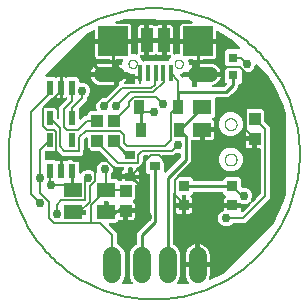
<source format=gtl>
G04 EAGLE Gerber RS-274X export*
G75*
%MOMM*%
%FSLAX34Y34*%
%LPD*%
%INTop Copper*%
%IPPOS*%
%AMOC8*
5,1,8,0,0,1.08239X$1,22.5*%
G01*
%ADD10C,0.254000*%
%ADD11C,0.203200*%
%ADD12R,1.500000X1.240000*%
%ADD13R,1.000000X1.075000*%
%ADD14C,0.000000*%
%ADD15R,2.500000X2.500000*%
%ADD16C,1.308000*%
%ADD17R,0.400000X1.350000*%
%ADD18R,1.000000X2.000000*%
%ADD19R,0.550000X1.200000*%
%ADD20C,1.524000*%
%ADD21R,0.900000X0.900000*%
%ADD22R,0.900000X0.800000*%
%ADD23R,0.910000X1.220000*%
%ADD24R,0.800000X0.800000*%
%ADD25C,0.152400*%
%ADD26C,0.756400*%
%ADD27C,0.127000*%

G36*
X154404Y82809D02*
X154404Y82809D01*
X154433Y82806D01*
X154544Y82829D01*
X154656Y82845D01*
X154683Y82857D01*
X154712Y82862D01*
X154812Y82915D01*
X154916Y82961D01*
X154938Y82980D01*
X154964Y82993D01*
X155046Y83071D01*
X155133Y83145D01*
X155149Y83169D01*
X155170Y83189D01*
X155227Y83287D01*
X155290Y83381D01*
X155299Y83409D01*
X155314Y83434D01*
X155342Y83544D01*
X155376Y83652D01*
X155377Y83681D01*
X155384Y83710D01*
X155380Y83823D01*
X155383Y83936D01*
X155376Y83965D01*
X155375Y83994D01*
X155340Y84102D01*
X155312Y84211D01*
X155297Y84237D01*
X155287Y84265D01*
X155242Y84328D01*
X155166Y84456D01*
X155121Y84499D01*
X155093Y84538D01*
X154810Y84821D01*
X153870Y86115D01*
X153144Y87540D01*
X152649Y89061D01*
X152399Y90640D01*
X152399Y97029D01*
X161544Y97029D01*
X161602Y97037D01*
X161660Y97035D01*
X161742Y97057D01*
X161825Y97069D01*
X161879Y97093D01*
X161935Y97107D01*
X162008Y97150D01*
X162085Y97185D01*
X162129Y97223D01*
X162180Y97253D01*
X162237Y97314D01*
X162302Y97369D01*
X162334Y97417D01*
X162374Y97460D01*
X162413Y97535D01*
X162459Y97605D01*
X162477Y97661D01*
X162504Y97713D01*
X162515Y97781D01*
X162545Y97876D01*
X162548Y97976D01*
X162559Y98044D01*
X162559Y99061D01*
X162561Y99061D01*
X162561Y98044D01*
X162569Y97986D01*
X162568Y97928D01*
X162589Y97846D01*
X162601Y97763D01*
X162625Y97709D01*
X162639Y97653D01*
X162682Y97580D01*
X162717Y97503D01*
X162755Y97458D01*
X162785Y97408D01*
X162846Y97350D01*
X162901Y97286D01*
X162949Y97254D01*
X162992Y97214D01*
X163067Y97175D01*
X163137Y97129D01*
X163193Y97111D01*
X163245Y97084D01*
X163313Y97073D01*
X163408Y97043D01*
X163508Y97040D01*
X163576Y97029D01*
X172721Y97029D01*
X172721Y90640D01*
X172471Y89061D01*
X172035Y87719D01*
X172033Y87708D01*
X172028Y87698D01*
X172008Y87568D01*
X171986Y87439D01*
X171987Y87428D01*
X171985Y87416D01*
X172002Y87287D01*
X172016Y87157D01*
X172020Y87146D01*
X172022Y87135D01*
X172074Y87014D01*
X172124Y86894D01*
X172131Y86885D01*
X172135Y86874D01*
X172219Y86773D01*
X172300Y86671D01*
X172309Y86664D01*
X172317Y86655D01*
X172424Y86582D01*
X172531Y86505D01*
X172542Y86501D01*
X172552Y86495D01*
X172676Y86454D01*
X172799Y86410D01*
X172811Y86410D01*
X172822Y86406D01*
X172953Y86401D01*
X173083Y86394D01*
X173094Y86396D01*
X173106Y86396D01*
X173165Y86412D01*
X173360Y86456D01*
X173397Y86477D01*
X173429Y86485D01*
X184237Y91525D01*
X184326Y91583D01*
X184391Y91614D01*
X184648Y91794D01*
X184726Y91866D01*
X184784Y91908D01*
X226862Y133986D01*
X226926Y134071D01*
X226976Y134122D01*
X227156Y134379D01*
X227204Y134474D01*
X227245Y134533D01*
X235802Y152883D01*
X235832Y152984D01*
X235862Y153049D01*
X237201Y158045D01*
X237226Y158252D01*
X237235Y158308D01*
X237235Y227772D01*
X237206Y227979D01*
X237201Y228035D01*
X235862Y233031D01*
X235821Y233128D01*
X235802Y233197D01*
X227245Y251547D01*
X227187Y251636D01*
X227156Y251701D01*
X221043Y260431D01*
X220971Y260508D01*
X220930Y260566D01*
X213034Y268462D01*
X213010Y268479D01*
X212991Y268502D01*
X212897Y268565D01*
X212807Y268633D01*
X212779Y268643D01*
X212755Y268660D01*
X212647Y268694D01*
X212541Y268734D01*
X212512Y268736D01*
X212484Y268745D01*
X212370Y268748D01*
X212258Y268758D01*
X212229Y268752D01*
X212200Y268753D01*
X212090Y268724D01*
X211979Y268702D01*
X211953Y268688D01*
X211925Y268681D01*
X211827Y268623D01*
X211727Y268571D01*
X211705Y268551D01*
X211680Y268536D01*
X211603Y268453D01*
X211521Y268375D01*
X211506Y268350D01*
X211486Y268328D01*
X211434Y268227D01*
X211377Y268130D01*
X211370Y268101D01*
X211356Y268075D01*
X211343Y267998D01*
X211334Y267962D01*
X210261Y265371D01*
X208339Y263449D01*
X205829Y262409D01*
X203111Y262409D01*
X201243Y263183D01*
X201131Y263212D01*
X201022Y263247D01*
X200994Y263247D01*
X200967Y263254D01*
X200853Y263251D01*
X200738Y263254D01*
X200711Y263247D01*
X200683Y263246D01*
X200574Y263211D01*
X200463Y263182D01*
X200439Y263168D01*
X200412Y263160D01*
X200317Y263095D01*
X200218Y263037D01*
X200199Y263017D01*
X200176Y263001D01*
X200102Y262913D01*
X200024Y262830D01*
X200011Y262805D01*
X199993Y262784D01*
X199947Y262679D01*
X199894Y262576D01*
X199890Y262552D01*
X199878Y262524D01*
X199841Y262260D01*
X199839Y262245D01*
X199839Y254187D01*
X198045Y252394D01*
X198004Y252395D01*
X197922Y252373D01*
X197839Y252361D01*
X197785Y252338D01*
X197729Y252323D01*
X197656Y252280D01*
X197579Y252245D01*
X197535Y252208D01*
X197485Y252178D01*
X197427Y252116D01*
X197362Y252062D01*
X197330Y252013D01*
X197290Y251971D01*
X197251Y251895D01*
X197205Y251825D01*
X197187Y251769D01*
X197160Y251718D01*
X197149Y251649D01*
X197119Y251554D01*
X197116Y251454D01*
X197105Y251387D01*
X197105Y251192D01*
X197105Y251191D01*
X197105Y249416D01*
X195839Y248151D01*
X195838Y248151D01*
X191306Y243618D01*
X188479Y240791D01*
X177934Y240791D01*
X177876Y240783D01*
X177818Y240785D01*
X177736Y240763D01*
X177652Y240751D01*
X177599Y240728D01*
X177543Y240713D01*
X177470Y240670D01*
X177393Y240635D01*
X177348Y240597D01*
X177298Y240568D01*
X177240Y240506D01*
X177176Y240452D01*
X177144Y240403D01*
X177104Y240360D01*
X177065Y240285D01*
X177018Y240215D01*
X177001Y240159D01*
X176974Y240107D01*
X176963Y240039D01*
X176933Y239944D01*
X176930Y239844D01*
X176919Y239776D01*
X176919Y224897D01*
X175215Y223193D01*
X175185Y223154D01*
X175149Y223121D01*
X175100Y223041D01*
X175044Y222966D01*
X175026Y222920D01*
X175001Y222879D01*
X174976Y222788D01*
X174943Y222700D01*
X174938Y222652D01*
X174926Y222604D01*
X174927Y222510D01*
X174919Y222417D01*
X174929Y222369D01*
X174929Y222320D01*
X174956Y222230D01*
X174975Y222138D01*
X174997Y222095D01*
X175012Y222048D01*
X175063Y221969D01*
X175106Y221886D01*
X175139Y221851D01*
X175166Y221809D01*
X175223Y221762D01*
X175302Y221680D01*
X175377Y221636D01*
X175425Y221596D01*
X175430Y221593D01*
X175903Y221120D01*
X176238Y220541D01*
X176411Y219894D01*
X176411Y215391D01*
X167386Y215391D01*
X167328Y215383D01*
X167270Y215384D01*
X167188Y215363D01*
X167105Y215351D01*
X167051Y215327D01*
X166995Y215313D01*
X166922Y215270D01*
X166845Y215235D01*
X166801Y215197D01*
X166750Y215167D01*
X166693Y215106D01*
X166628Y215051D01*
X166596Y215003D01*
X166556Y214960D01*
X166517Y214885D01*
X166471Y214815D01*
X166453Y214759D01*
X166426Y214707D01*
X166415Y214639D01*
X166385Y214544D01*
X166382Y214444D01*
X166371Y214376D01*
X166371Y213359D01*
X165354Y213359D01*
X165296Y213351D01*
X165238Y213352D01*
X165156Y213331D01*
X165073Y213319D01*
X165019Y213295D01*
X164963Y213281D01*
X164890Y213238D01*
X164813Y213203D01*
X164768Y213165D01*
X164718Y213135D01*
X164660Y213074D01*
X164596Y213019D01*
X164564Y212971D01*
X164524Y212928D01*
X164485Y212853D01*
X164439Y212783D01*
X164421Y212727D01*
X164394Y212675D01*
X164383Y212607D01*
X164353Y212512D01*
X164350Y212412D01*
X164339Y212344D01*
X164339Y204619D01*
X158536Y204619D01*
X157997Y204764D01*
X157948Y204770D01*
X157902Y204784D01*
X157808Y204787D01*
X157715Y204798D01*
X157666Y204790D01*
X157618Y204792D01*
X157527Y204768D01*
X157434Y204753D01*
X157390Y204732D01*
X157343Y204720D01*
X157262Y204672D01*
X157177Y204632D01*
X157140Y204599D01*
X157098Y204574D01*
X157034Y204506D01*
X156963Y204444D01*
X156937Y204403D01*
X156904Y204367D01*
X156861Y204284D01*
X156810Y204204D01*
X156796Y204157D01*
X156774Y204114D01*
X156762Y204041D01*
X156730Y203932D01*
X156729Y203845D01*
X156719Y203783D01*
X156719Y186171D01*
X145309Y174762D01*
X145292Y174738D01*
X145269Y174719D01*
X145207Y174625D01*
X145139Y174535D01*
X145128Y174507D01*
X145112Y174483D01*
X145078Y174375D01*
X145037Y174269D01*
X145035Y174240D01*
X145026Y174212D01*
X145023Y174098D01*
X145014Y173986D01*
X145020Y173957D01*
X145019Y173928D01*
X145047Y173818D01*
X145070Y173707D01*
X145083Y173681D01*
X145091Y173653D01*
X145148Y173555D01*
X145201Y173455D01*
X145221Y173433D01*
X145236Y173408D01*
X145318Y173331D01*
X145396Y173249D01*
X145422Y173234D01*
X145443Y173214D01*
X145544Y173162D01*
X145642Y173105D01*
X145670Y173098D01*
X145696Y173084D01*
X145774Y173071D01*
X145917Y173035D01*
X145980Y173037D01*
X146027Y173029D01*
X156713Y173029D01*
X158499Y171243D01*
X158499Y170814D01*
X158507Y170756D01*
X158505Y170698D01*
X158527Y170616D01*
X158539Y170532D01*
X158562Y170479D01*
X158577Y170423D01*
X158620Y170350D01*
X158655Y170273D01*
X158693Y170228D01*
X158722Y170178D01*
X158784Y170120D01*
X158838Y170056D01*
X158887Y170024D01*
X158930Y169984D01*
X159005Y169945D01*
X159075Y169898D01*
X159131Y169881D01*
X159183Y169854D01*
X159251Y169843D01*
X159346Y169813D01*
X159446Y169810D01*
X159514Y169799D01*
X183386Y169799D01*
X183444Y169807D01*
X183502Y169805D01*
X183584Y169827D01*
X183668Y169839D01*
X183721Y169862D01*
X183777Y169877D01*
X183850Y169920D01*
X183927Y169955D01*
X183972Y169993D01*
X184022Y170022D01*
X184080Y170084D01*
X184144Y170138D01*
X184176Y170187D01*
X184216Y170230D01*
X184255Y170305D01*
X184302Y170375D01*
X184319Y170431D01*
X184346Y170483D01*
X184357Y170551D01*
X184387Y170646D01*
X184390Y170746D01*
X184401Y170814D01*
X184401Y171243D01*
X186187Y173029D01*
X197713Y173029D01*
X199499Y171243D01*
X199499Y165326D01*
X199507Y165268D01*
X199505Y165210D01*
X199527Y165128D01*
X199539Y165044D01*
X199562Y164991D01*
X199577Y164935D01*
X199620Y164862D01*
X199655Y164785D01*
X199693Y164740D01*
X199722Y164690D01*
X199784Y164632D01*
X199838Y164568D01*
X199887Y164536D01*
X199930Y164496D01*
X200005Y164457D01*
X200075Y164410D01*
X200131Y164393D01*
X200183Y164366D01*
X200251Y164355D01*
X200346Y164325D01*
X200446Y164322D01*
X200514Y164311D01*
X203289Y164311D01*
X205799Y163271D01*
X207721Y161349D01*
X208761Y158839D01*
X208761Y156121D01*
X207743Y153665D01*
X207722Y153581D01*
X207691Y153501D01*
X207686Y153444D01*
X207672Y153389D01*
X207675Y153303D01*
X207668Y153218D01*
X207679Y153162D01*
X207680Y153105D01*
X207707Y153023D01*
X207723Y152939D01*
X207750Y152889D01*
X207767Y152834D01*
X207815Y152763D01*
X207854Y152687D01*
X207894Y152645D01*
X207925Y152598D01*
X207991Y152543D01*
X208050Y152481D01*
X208099Y152452D01*
X208143Y152415D01*
X208221Y152380D01*
X208295Y152337D01*
X208351Y152323D01*
X208403Y152300D01*
X208488Y152288D01*
X208571Y152267D01*
X208628Y152269D01*
X208684Y152261D01*
X208769Y152273D01*
X208855Y152276D01*
X208909Y152293D01*
X208966Y152301D01*
X209044Y152337D01*
X209126Y152363D01*
X209166Y152392D01*
X209225Y152419D01*
X209335Y152513D01*
X209399Y152558D01*
X215602Y158761D01*
X215654Y158831D01*
X215714Y158895D01*
X215740Y158944D01*
X215773Y158988D01*
X215804Y159070D01*
X215844Y159148D01*
X215852Y159195D01*
X215874Y159254D01*
X215886Y159402D01*
X215899Y159479D01*
X215899Y196809D01*
X215891Y196867D01*
X215893Y196925D01*
X215871Y197007D01*
X215859Y197091D01*
X215836Y197144D01*
X215821Y197200D01*
X215778Y197273D01*
X215743Y197350D01*
X215705Y197395D01*
X215676Y197445D01*
X215614Y197503D01*
X215560Y197567D01*
X215511Y197599D01*
X215468Y197639D01*
X215393Y197678D01*
X215323Y197725D01*
X215267Y197742D01*
X215215Y197769D01*
X215147Y197780D01*
X215052Y197810D01*
X214952Y197813D01*
X214884Y197824D01*
X212851Y197824D01*
X212851Y204724D01*
X212843Y204782D01*
X212844Y204840D01*
X212823Y204922D01*
X212811Y205005D01*
X212787Y205059D01*
X212773Y205115D01*
X212730Y205188D01*
X212695Y205265D01*
X212657Y205309D01*
X212627Y205360D01*
X212566Y205417D01*
X212511Y205482D01*
X212463Y205514D01*
X212420Y205554D01*
X212345Y205593D01*
X212275Y205639D01*
X212219Y205657D01*
X212167Y205684D01*
X212099Y205695D01*
X212004Y205725D01*
X211904Y205728D01*
X211836Y205739D01*
X210819Y205739D01*
X210819Y206756D01*
X210811Y206814D01*
X210812Y206872D01*
X210791Y206954D01*
X210779Y207037D01*
X210755Y207091D01*
X210741Y207147D01*
X210698Y207220D01*
X210663Y207297D01*
X210625Y207341D01*
X210595Y207392D01*
X210534Y207449D01*
X210479Y207514D01*
X210431Y207546D01*
X210388Y207586D01*
X210313Y207625D01*
X210243Y207671D01*
X210187Y207689D01*
X210135Y207716D01*
X210067Y207727D01*
X209972Y207757D01*
X209872Y207760D01*
X209804Y207771D01*
X203279Y207771D01*
X203279Y211449D01*
X203452Y212096D01*
X203787Y212675D01*
X204275Y213163D01*
X204310Y213210D01*
X204352Y213250D01*
X204395Y213323D01*
X204446Y213390D01*
X204467Y213445D01*
X204496Y213495D01*
X204517Y213577D01*
X204547Y213656D01*
X204552Y213714D01*
X204566Y213771D01*
X204563Y213855D01*
X204570Y213939D01*
X204559Y213996D01*
X204557Y214055D01*
X204531Y214135D01*
X204515Y214218D01*
X204488Y214270D01*
X204470Y214325D01*
X204430Y214382D01*
X204384Y214470D01*
X204315Y214542D01*
X204275Y214599D01*
X202771Y216102D01*
X202771Y229378D01*
X204557Y231164D01*
X217083Y231164D01*
X218869Y229378D01*
X218869Y220501D01*
X218881Y220414D01*
X218884Y220327D01*
X218901Y220274D01*
X218909Y220219D01*
X218944Y220140D01*
X218971Y220056D01*
X218999Y220017D01*
X219025Y219960D01*
X219121Y219847D01*
X219166Y219783D01*
X220991Y217958D01*
X223521Y215428D01*
X223521Y155902D01*
X202238Y134619D01*
X192960Y134619D01*
X192873Y134607D01*
X192786Y134604D01*
X192733Y134587D01*
X192678Y134579D01*
X192599Y134544D01*
X192515Y134517D01*
X192476Y134489D01*
X192419Y134463D01*
X192306Y134367D01*
X192242Y134322D01*
X190559Y132639D01*
X188049Y131599D01*
X185331Y131599D01*
X182821Y132639D01*
X180899Y134561D01*
X179859Y137071D01*
X179859Y139789D01*
X180899Y142299D01*
X182821Y144221D01*
X184283Y144826D01*
X184284Y144827D01*
X184285Y144828D01*
X184366Y144875D01*
X184401Y144891D01*
X184421Y144908D01*
X184527Y144971D01*
X184528Y144972D01*
X184530Y144973D01*
X184627Y145077D01*
X184723Y145178D01*
X184723Y145179D01*
X184724Y145180D01*
X184789Y145306D01*
X184853Y145430D01*
X184853Y145432D01*
X184854Y145433D01*
X184856Y145448D01*
X184908Y145709D01*
X184905Y145740D01*
X184909Y145764D01*
X184909Y147449D01*
X190934Y147449D01*
X190992Y147457D01*
X191050Y147455D01*
X191132Y147477D01*
X191215Y147489D01*
X191269Y147513D01*
X191325Y147527D01*
X191398Y147570D01*
X191475Y147605D01*
X191519Y147643D01*
X191570Y147673D01*
X191627Y147734D01*
X191692Y147789D01*
X191724Y147837D01*
X191764Y147880D01*
X191803Y147955D01*
X191849Y148025D01*
X191867Y148081D01*
X191894Y148133D01*
X191905Y148201D01*
X191935Y148296D01*
X191938Y148396D01*
X191949Y148464D01*
X191949Y150496D01*
X191941Y150554D01*
X191942Y150612D01*
X191921Y150694D01*
X191909Y150777D01*
X191885Y150831D01*
X191871Y150887D01*
X191828Y150960D01*
X191793Y151037D01*
X191755Y151081D01*
X191725Y151132D01*
X191664Y151189D01*
X191609Y151254D01*
X191561Y151286D01*
X191518Y151326D01*
X191443Y151365D01*
X191373Y151411D01*
X191317Y151429D01*
X191265Y151456D01*
X191197Y151467D01*
X191102Y151497D01*
X191002Y151500D01*
X190934Y151511D01*
X184909Y151511D01*
X184909Y154314D01*
X185082Y154961D01*
X185417Y155540D01*
X185890Y156013D01*
X186149Y156162D01*
X186187Y156192D01*
X186230Y156215D01*
X186299Y156280D01*
X186373Y156338D01*
X186401Y156377D01*
X186436Y156411D01*
X186484Y156492D01*
X186539Y156568D01*
X186556Y156614D01*
X186580Y156656D01*
X186603Y156747D01*
X186635Y156836D01*
X186638Y156884D01*
X186650Y156932D01*
X186647Y157025D01*
X186653Y157119D01*
X186643Y157167D01*
X186641Y157216D01*
X186612Y157305D01*
X186592Y157397D01*
X186569Y157440D01*
X186554Y157486D01*
X186511Y157547D01*
X186456Y157647D01*
X186395Y157708D01*
X186359Y157760D01*
X184401Y159717D01*
X184401Y160146D01*
X184393Y160204D01*
X184395Y160262D01*
X184373Y160344D01*
X184361Y160428D01*
X184338Y160481D01*
X184323Y160537D01*
X184280Y160610D01*
X184245Y160687D01*
X184207Y160732D01*
X184178Y160782D01*
X184116Y160840D01*
X184062Y160904D01*
X184013Y160936D01*
X183970Y160976D01*
X183895Y161015D01*
X183825Y161062D01*
X183769Y161079D01*
X183717Y161106D01*
X183649Y161117D01*
X183554Y161147D01*
X183454Y161150D01*
X183386Y161161D01*
X159514Y161161D01*
X159456Y161153D01*
X159398Y161155D01*
X159316Y161133D01*
X159232Y161121D01*
X159179Y161098D01*
X159123Y161083D01*
X159050Y161040D01*
X158973Y161005D01*
X158928Y160967D01*
X158878Y160938D01*
X158820Y160876D01*
X158756Y160822D01*
X158724Y160773D01*
X158684Y160730D01*
X158645Y160655D01*
X158598Y160585D01*
X158581Y160529D01*
X158554Y160477D01*
X158543Y160409D01*
X158513Y160314D01*
X158510Y160214D01*
X158499Y160146D01*
X158499Y159717D01*
X156541Y157760D01*
X156512Y157721D01*
X156476Y157688D01*
X156427Y157608D01*
X156370Y157532D01*
X156353Y157487D01*
X156327Y157445D01*
X156302Y157355D01*
X156269Y157267D01*
X156265Y157218D01*
X156252Y157171D01*
X156253Y157077D01*
X156245Y156983D01*
X156255Y156936D01*
X156256Y156887D01*
X156283Y156797D01*
X156301Y156705D01*
X156324Y156661D01*
X156338Y156615D01*
X156389Y156536D01*
X156432Y156452D01*
X156466Y156417D01*
X156492Y156376D01*
X156550Y156329D01*
X156628Y156246D01*
X156703Y156202D01*
X156751Y156162D01*
X157010Y156013D01*
X157483Y155540D01*
X157818Y154961D01*
X157991Y154314D01*
X157991Y151511D01*
X152981Y151511D01*
X152981Y156916D01*
X152973Y156974D01*
X152974Y157032D01*
X152953Y157114D01*
X152941Y157198D01*
X152917Y157251D01*
X152903Y157307D01*
X152860Y157380D01*
X152825Y157457D01*
X152787Y157502D01*
X152757Y157552D01*
X152696Y157610D01*
X152641Y157674D01*
X152593Y157706D01*
X152550Y157746D01*
X152475Y157785D01*
X152405Y157832D01*
X152349Y157849D01*
X152297Y157876D01*
X152229Y157887D01*
X152134Y157917D01*
X152034Y157920D01*
X151966Y157931D01*
X149934Y157931D01*
X149876Y157923D01*
X149818Y157925D01*
X149736Y157903D01*
X149653Y157891D01*
X149599Y157868D01*
X149543Y157853D01*
X149470Y157810D01*
X149393Y157775D01*
X149348Y157737D01*
X149298Y157708D01*
X149240Y157646D01*
X149176Y157592D01*
X149144Y157543D01*
X149104Y157500D01*
X149065Y157425D01*
X149019Y157355D01*
X149001Y157299D01*
X148974Y157247D01*
X148963Y157179D01*
X148933Y157084D01*
X148930Y156984D01*
X148919Y156916D01*
X148919Y151511D01*
X143909Y151511D01*
X143909Y154314D01*
X144082Y154961D01*
X144417Y155540D01*
X144890Y156013D01*
X145149Y156162D01*
X145187Y156193D01*
X145230Y156215D01*
X145299Y156280D01*
X145373Y156338D01*
X145401Y156377D01*
X145436Y156411D01*
X145484Y156492D01*
X145539Y156568D01*
X145556Y156614D01*
X145580Y156656D01*
X145603Y156747D01*
X145635Y156836D01*
X145638Y156884D01*
X145650Y156932D01*
X145647Y157025D01*
X145653Y157119D01*
X145643Y157167D01*
X145641Y157216D01*
X145612Y157305D01*
X145592Y157397D01*
X145569Y157440D01*
X145554Y157486D01*
X145511Y157547D01*
X145456Y157647D01*
X145395Y157709D01*
X145359Y157760D01*
X143212Y159907D01*
X143188Y159924D01*
X143169Y159947D01*
X143075Y160010D01*
X142985Y160077D01*
X142957Y160088D01*
X142933Y160104D01*
X142825Y160138D01*
X142719Y160179D01*
X142690Y160181D01*
X142662Y160190D01*
X142548Y160193D01*
X142436Y160202D01*
X142407Y160197D01*
X142378Y160197D01*
X142268Y160169D01*
X142157Y160146D01*
X142131Y160133D01*
X142103Y160125D01*
X142005Y160068D01*
X141905Y160015D01*
X141883Y159995D01*
X141858Y159980D01*
X141781Y159898D01*
X141699Y159820D01*
X141684Y159794D01*
X141664Y159773D01*
X141612Y159672D01*
X141555Y159574D01*
X141548Y159546D01*
X141534Y159520D01*
X141521Y159442D01*
X141485Y159299D01*
X141487Y159236D01*
X141479Y159189D01*
X141479Y117117D01*
X141479Y117116D01*
X141479Y117114D01*
X141499Y116971D01*
X141519Y116836D01*
X141519Y116834D01*
X141519Y116833D01*
X141576Y116707D01*
X141635Y116576D01*
X141636Y116575D01*
X141637Y116574D01*
X141728Y116467D01*
X141818Y116359D01*
X141820Y116358D01*
X141821Y116357D01*
X141834Y116349D01*
X142055Y116202D01*
X142084Y116192D01*
X142105Y116179D01*
X143203Y115725D01*
X146204Y112723D01*
X147829Y108802D01*
X147829Y89318D01*
X146205Y85397D01*
X145346Y84538D01*
X145328Y84514D01*
X145306Y84496D01*
X145243Y84401D01*
X145175Y84311D01*
X145164Y84283D01*
X145148Y84259D01*
X145114Y84151D01*
X145074Y84045D01*
X145071Y84016D01*
X145062Y83988D01*
X145059Y83875D01*
X145050Y83762D01*
X145056Y83733D01*
X145055Y83704D01*
X145084Y83594D01*
X145106Y83483D01*
X145120Y83457D01*
X145127Y83429D01*
X145185Y83332D01*
X145237Y83231D01*
X145257Y83209D01*
X145272Y83184D01*
X145355Y83107D01*
X145433Y83025D01*
X145458Y83010D01*
X145479Y82990D01*
X145580Y82938D01*
X145678Y82881D01*
X145706Y82874D01*
X145733Y82860D01*
X145810Y82847D01*
X145954Y82811D01*
X146016Y82813D01*
X146064Y82805D01*
X154375Y82805D01*
X154404Y82809D01*
G37*
G36*
X63307Y221882D02*
X63307Y221882D01*
X63420Y221880D01*
X63449Y221887D01*
X63478Y221888D01*
X63586Y221923D01*
X63695Y221951D01*
X63721Y221966D01*
X63749Y221975D01*
X63812Y222021D01*
X63848Y222042D01*
X63866Y222050D01*
X63877Y222059D01*
X63940Y222097D01*
X63983Y222142D01*
X64022Y222170D01*
X66896Y225045D01*
X68406Y225045D01*
X68464Y225053D01*
X68522Y225051D01*
X68604Y225073D01*
X68688Y225085D01*
X68741Y225108D01*
X68797Y225123D01*
X68870Y225166D01*
X68947Y225201D01*
X68992Y225239D01*
X69042Y225268D01*
X69100Y225330D01*
X69164Y225384D01*
X69196Y225433D01*
X69236Y225476D01*
X69275Y225551D01*
X69322Y225621D01*
X69339Y225677D01*
X69366Y225729D01*
X69377Y225797D01*
X69407Y225892D01*
X69410Y225992D01*
X69421Y226060D01*
X69421Y227618D01*
X71207Y229404D01*
X76214Y229404D01*
X76328Y229420D01*
X76442Y229430D01*
X76468Y229440D01*
X76495Y229444D01*
X76600Y229491D01*
X76707Y229532D01*
X76730Y229548D01*
X76755Y229560D01*
X76842Y229634D01*
X76934Y229703D01*
X76951Y229726D01*
X76972Y229743D01*
X77035Y229839D01*
X77104Y229931D01*
X77114Y229957D01*
X77129Y229980D01*
X77164Y230090D01*
X77205Y230197D01*
X77207Y230225D01*
X77215Y230251D01*
X77218Y230366D01*
X77227Y230480D01*
X77222Y230505D01*
X77222Y230535D01*
X77155Y230792D01*
X77152Y230808D01*
X76735Y231813D01*
X76735Y234531D01*
X77775Y237041D01*
X79697Y238963D01*
X82207Y240003D01*
X84587Y240003D01*
X84674Y240015D01*
X84761Y240018D01*
X84814Y240035D01*
X84869Y240043D01*
X84948Y240078D01*
X85032Y240105D01*
X85071Y240133D01*
X85128Y240159D01*
X85241Y240255D01*
X85305Y240300D01*
X95702Y250697D01*
X95754Y250767D01*
X95814Y250831D01*
X95840Y250880D01*
X95873Y250924D01*
X95904Y251006D01*
X95944Y251084D01*
X95952Y251131D01*
X95974Y251190D01*
X95986Y251338D01*
X95999Y251415D01*
X95999Y258241D01*
X102861Y258241D01*
X102732Y257591D01*
X102047Y255939D01*
X101053Y254451D01*
X100558Y253956D01*
X100540Y253932D01*
X100518Y253913D01*
X100455Y253819D01*
X100387Y253729D01*
X100377Y253701D01*
X100360Y253677D01*
X100326Y253569D01*
X100286Y253463D01*
X100283Y253434D01*
X100275Y253406D01*
X100272Y253292D01*
X100262Y253180D01*
X100268Y253151D01*
X100267Y253122D01*
X100296Y253012D01*
X100318Y252901D01*
X100332Y252875D01*
X100339Y252847D01*
X100397Y252749D01*
X100449Y252649D01*
X100469Y252627D01*
X100484Y252602D01*
X100567Y252525D01*
X100645Y252443D01*
X100670Y252428D01*
X100692Y252408D01*
X100793Y252356D01*
X100890Y252299D01*
X100919Y252292D01*
X100945Y252278D01*
X101022Y252265D01*
X101166Y252229D01*
X101228Y252231D01*
X101276Y252223D01*
X108761Y252223D01*
X108800Y252228D01*
X108839Y252226D01*
X108940Y252248D01*
X109043Y252263D01*
X109078Y252279D01*
X109116Y252287D01*
X109208Y252336D01*
X109302Y252379D01*
X109332Y252404D01*
X109366Y252423D01*
X109440Y252496D01*
X109519Y252562D01*
X109541Y252595D01*
X109569Y252623D01*
X109619Y252713D01*
X109677Y252799D01*
X109688Y252836D01*
X109708Y252871D01*
X109731Y252971D01*
X109762Y253070D01*
X109763Y253109D01*
X109772Y253147D01*
X109767Y253251D01*
X109770Y253354D01*
X109760Y253392D01*
X109758Y253431D01*
X109731Y253504D01*
X109698Y253629D01*
X109660Y253693D01*
X109640Y253746D01*
X109632Y253759D01*
X109459Y254406D01*
X109459Y259644D01*
X109451Y259702D01*
X109453Y259760D01*
X109431Y259842D01*
X109419Y259926D01*
X109396Y259979D01*
X109381Y260035D01*
X109338Y260108D01*
X109303Y260185D01*
X109265Y260230D01*
X109236Y260280D01*
X109174Y260338D01*
X109120Y260402D01*
X109071Y260434D01*
X109028Y260474D01*
X108953Y260513D01*
X108883Y260560D01*
X108827Y260577D01*
X108775Y260604D01*
X108707Y260615D01*
X108612Y260645D01*
X108512Y260648D01*
X108444Y260659D01*
X105793Y260659D01*
X102622Y261973D01*
X102593Y261994D01*
X102529Y262054D01*
X102480Y262080D01*
X102436Y262113D01*
X102354Y262144D01*
X102276Y262184D01*
X102229Y262192D01*
X102170Y262214D01*
X102022Y262226D01*
X101945Y262239D01*
X95999Y262239D01*
X95999Y269101D01*
X96649Y268972D01*
X97515Y268613D01*
X97627Y268584D01*
X97736Y268549D01*
X97764Y268549D01*
X97791Y268542D01*
X97905Y268545D01*
X98020Y268542D01*
X98047Y268549D01*
X98075Y268550D01*
X98184Y268585D01*
X98295Y268614D01*
X98319Y268628D01*
X98346Y268637D01*
X98441Y268701D01*
X98540Y268759D01*
X98559Y268779D01*
X98582Y268795D01*
X98656Y268883D01*
X98734Y268967D01*
X98747Y268991D01*
X98765Y269012D01*
X98812Y269117D01*
X98864Y269220D01*
X98868Y269244D01*
X98880Y269272D01*
X98903Y269435D01*
X98905Y269443D01*
X98906Y269455D01*
X98917Y269536D01*
X98919Y269551D01*
X98919Y270947D01*
X99271Y271795D01*
X99299Y271907D01*
X99334Y272016D01*
X99335Y272044D01*
X99342Y272071D01*
X99338Y272185D01*
X99341Y272300D01*
X99334Y272327D01*
X99334Y272355D01*
X99299Y272464D01*
X99270Y272575D01*
X99255Y272599D01*
X99247Y272626D01*
X99183Y272721D01*
X99124Y272820D01*
X99104Y272839D01*
X99089Y272862D01*
X99001Y272936D01*
X98917Y273014D01*
X98892Y273027D01*
X98871Y273045D01*
X98766Y273091D01*
X98664Y273144D01*
X98639Y273148D01*
X98611Y273160D01*
X98348Y273197D01*
X98333Y273199D01*
X94709Y273199D01*
X94675Y273194D01*
X94641Y273197D01*
X94565Y273179D01*
X94428Y273159D01*
X94365Y273131D01*
X94315Y273119D01*
X92973Y272553D01*
X91126Y272784D01*
X90944Y272781D01*
X90874Y272784D01*
X89027Y272553D01*
X87685Y273119D01*
X87652Y273128D01*
X87622Y273144D01*
X87544Y273157D01*
X87411Y273192D01*
X87342Y273191D01*
X87291Y273199D01*
X78166Y273199D01*
X77519Y273372D01*
X76940Y273707D01*
X76467Y274180D01*
X76132Y274759D01*
X75959Y275406D01*
X75959Y286209D01*
X79134Y286209D01*
X79192Y286217D01*
X79250Y286215D01*
X79332Y286237D01*
X79416Y286249D01*
X79469Y286273D01*
X79525Y286287D01*
X79598Y286330D01*
X79675Y286365D01*
X79720Y286403D01*
X79770Y286433D01*
X79828Y286494D01*
X79892Y286549D01*
X79924Y286597D01*
X79964Y286640D01*
X80003Y286715D01*
X80050Y286785D01*
X80067Y286841D01*
X80094Y286893D01*
X80105Y286961D01*
X80135Y287056D01*
X80138Y287156D01*
X80149Y287224D01*
X80149Y287706D01*
X80118Y287930D01*
X80113Y287975D01*
X80042Y288234D01*
X80141Y289033D01*
X80140Y289105D01*
X80149Y289159D01*
X80149Y289256D01*
X80141Y289314D01*
X80143Y289372D01*
X80121Y289454D01*
X80109Y289537D01*
X80086Y289591D01*
X80071Y289647D01*
X80028Y289720D01*
X79993Y289797D01*
X79955Y289842D01*
X79926Y289892D01*
X79864Y289950D01*
X79810Y290014D01*
X79761Y290046D01*
X79718Y290086D01*
X79643Y290125D01*
X79573Y290171D01*
X79517Y290189D01*
X79465Y290216D01*
X79397Y290227D01*
X79302Y290257D01*
X79202Y290260D01*
X79134Y290271D01*
X75959Y290271D01*
X75959Y297035D01*
X75951Y297091D01*
X75953Y297139D01*
X75936Y297203D01*
X75922Y297306D01*
X75920Y297311D01*
X75919Y297316D01*
X75888Y297387D01*
X75881Y297414D01*
X75861Y297447D01*
X75809Y297567D01*
X75805Y297571D01*
X75803Y297576D01*
X75741Y297650D01*
X75736Y297658D01*
X75725Y297668D01*
X75715Y297680D01*
X75628Y297786D01*
X75623Y297789D01*
X75620Y297793D01*
X75505Y297869D01*
X75393Y297946D01*
X75387Y297947D01*
X75383Y297950D01*
X75253Y297992D01*
X75123Y298034D01*
X75117Y298035D01*
X75112Y298036D01*
X74976Y298040D01*
X74838Y298045D01*
X74834Y298043D01*
X74828Y298044D01*
X74673Y298003D01*
X74636Y297998D01*
X74612Y297987D01*
X74553Y297972D01*
X74533Y297960D01*
X74515Y297955D01*
X69458Y295597D01*
X69450Y295592D01*
X69442Y295589D01*
X69399Y295559D01*
X69219Y295442D01*
X69194Y295413D01*
X69169Y295395D01*
X33777Y260003D01*
X33760Y259979D01*
X33737Y259960D01*
X33674Y259866D01*
X33606Y259776D01*
X33596Y259748D01*
X33579Y259724D01*
X33545Y259616D01*
X33505Y259510D01*
X33503Y259481D01*
X33494Y259453D01*
X33491Y259339D01*
X33481Y259227D01*
X33487Y259198D01*
X33486Y259169D01*
X33515Y259059D01*
X33537Y258948D01*
X33551Y258922D01*
X33558Y258894D01*
X33616Y258796D01*
X33668Y258696D01*
X33688Y258674D01*
X33703Y258649D01*
X33786Y258572D01*
X33864Y258490D01*
X33889Y258475D01*
X33911Y258455D01*
X34012Y258403D01*
X34109Y258346D01*
X34138Y258339D01*
X34164Y258325D01*
X34241Y258312D01*
X34385Y258276D01*
X34447Y258278D01*
X34495Y258270D01*
X41503Y258270D01*
X42027Y257746D01*
X42081Y257705D01*
X42129Y257656D01*
X42194Y257620D01*
X42254Y257575D01*
X42318Y257551D01*
X42377Y257517D01*
X42450Y257500D01*
X42520Y257474D01*
X42588Y257468D01*
X42654Y257453D01*
X42728Y257456D01*
X42803Y257450D01*
X42870Y257464D01*
X42938Y257467D01*
X42997Y257489D01*
X43082Y257506D01*
X43183Y257559D01*
X43252Y257585D01*
X43259Y257589D01*
X43906Y257762D01*
X45616Y257762D01*
X45616Y249580D01*
X45624Y249522D01*
X45622Y249464D01*
X45644Y249382D01*
X45656Y249299D01*
X45679Y249245D01*
X45686Y249221D01*
X45671Y249193D01*
X45660Y249125D01*
X45630Y249030D01*
X45627Y248930D01*
X45616Y248862D01*
X45616Y240680D01*
X43906Y240680D01*
X43259Y240853D01*
X43252Y240857D01*
X43189Y240883D01*
X43130Y240917D01*
X43058Y240936D01*
X42989Y240964D01*
X42921Y240971D01*
X42855Y240988D01*
X42780Y240985D01*
X42706Y240993D01*
X42639Y240981D01*
X42571Y240979D01*
X42500Y240956D01*
X42426Y240942D01*
X42365Y240912D01*
X42300Y240891D01*
X42249Y240855D01*
X42171Y240816D01*
X42087Y240739D01*
X42027Y240696D01*
X41503Y240172D01*
X38972Y240172D01*
X38885Y240160D01*
X38798Y240157D01*
X38745Y240140D01*
X38690Y240132D01*
X38611Y240097D01*
X38527Y240070D01*
X38488Y240042D01*
X38431Y240016D01*
X38318Y239920D01*
X38254Y239875D01*
X32380Y234001D01*
X32362Y233977D01*
X32340Y233958D01*
X32277Y233864D01*
X32209Y233774D01*
X32199Y233746D01*
X32182Y233722D01*
X32148Y233614D01*
X32108Y233508D01*
X32105Y233479D01*
X32097Y233451D01*
X32094Y233337D01*
X32084Y233225D01*
X32090Y233196D01*
X32089Y233167D01*
X32118Y233057D01*
X32140Y232946D01*
X32154Y232920D01*
X32161Y232892D01*
X32219Y232794D01*
X32271Y232694D01*
X32291Y232672D01*
X32306Y232647D01*
X32389Y232570D01*
X32467Y232488D01*
X32492Y232473D01*
X32514Y232453D01*
X32615Y232401D01*
X32712Y232344D01*
X32741Y232337D01*
X32767Y232323D01*
X32844Y232310D01*
X32988Y232274D01*
X33050Y232276D01*
X33098Y232268D01*
X41503Y232268D01*
X43289Y230482D01*
X43289Y223589D01*
X43301Y223503D01*
X43304Y223415D01*
X43321Y223362D01*
X43329Y223308D01*
X43364Y223228D01*
X43391Y223145D01*
X43419Y223105D01*
X43445Y223048D01*
X43540Y222935D01*
X43586Y222871D01*
X43732Y222725D01*
X43756Y222708D01*
X43775Y222685D01*
X43869Y222623D01*
X43959Y222554D01*
X43987Y222544D01*
X44011Y222528D01*
X44119Y222493D01*
X44225Y222453D01*
X44254Y222451D01*
X44282Y222442D01*
X44395Y222439D01*
X44508Y222430D01*
X44537Y222435D01*
X44566Y222435D01*
X44676Y222463D01*
X44787Y222485D01*
X44813Y222499D01*
X44841Y222506D01*
X44939Y222564D01*
X45039Y222616D01*
X45061Y222637D01*
X45086Y222652D01*
X45163Y222734D01*
X45245Y222812D01*
X45260Y222838D01*
X45280Y222859D01*
X45332Y222960D01*
X45389Y223057D01*
X45396Y223086D01*
X45410Y223112D01*
X45423Y223189D01*
X45459Y223333D01*
X45457Y223396D01*
X45465Y223443D01*
X45465Y232824D01*
X51832Y239190D01*
X51842Y239204D01*
X51855Y239214D01*
X51857Y239217D01*
X51863Y239226D01*
X51928Y239318D01*
X52003Y239418D01*
X52009Y239433D01*
X52018Y239447D01*
X52059Y239566D01*
X52104Y239683D01*
X52105Y239700D01*
X52111Y239716D01*
X52117Y239842D01*
X52128Y239967D01*
X52124Y239983D01*
X52125Y240000D01*
X52096Y240122D01*
X52072Y240245D01*
X52064Y240260D01*
X52060Y240276D01*
X51999Y240386D01*
X51941Y240498D01*
X51929Y240510D01*
X51921Y240524D01*
X51831Y240613D01*
X51745Y240704D01*
X51730Y240712D01*
X51718Y240724D01*
X51608Y240784D01*
X51500Y240847D01*
X51483Y240852D01*
X51469Y240860D01*
X51345Y240887D01*
X51224Y240917D01*
X51207Y240917D01*
X51191Y240921D01*
X51065Y240912D01*
X50940Y240908D01*
X50924Y240903D01*
X50907Y240902D01*
X50878Y240891D01*
X50850Y240888D01*
X50074Y240680D01*
X48364Y240680D01*
X48364Y248862D01*
X48356Y248920D01*
X48358Y248978D01*
X48336Y249060D01*
X48324Y249143D01*
X48301Y249197D01*
X48294Y249221D01*
X48309Y249249D01*
X48320Y249317D01*
X48350Y249412D01*
X48353Y249512D01*
X48364Y249580D01*
X48364Y257762D01*
X50074Y257762D01*
X50721Y257589D01*
X50728Y257585D01*
X50791Y257559D01*
X50850Y257525D01*
X50922Y257506D01*
X50991Y257478D01*
X51059Y257471D01*
X51125Y257454D01*
X51200Y257457D01*
X51274Y257449D01*
X51341Y257461D01*
X51409Y257464D01*
X51480Y257486D01*
X51554Y257500D01*
X51615Y257530D01*
X51680Y257551D01*
X51731Y257587D01*
X51809Y257626D01*
X51893Y257703D01*
X51953Y257746D01*
X52477Y258270D01*
X60503Y258270D01*
X62289Y256484D01*
X62289Y254226D01*
X62297Y254168D01*
X62295Y254110D01*
X62317Y254028D01*
X62329Y253944D01*
X62352Y253891D01*
X62367Y253835D01*
X62410Y253762D01*
X62445Y253685D01*
X62483Y253640D01*
X62512Y253590D01*
X62574Y253532D01*
X62628Y253468D01*
X62677Y253436D01*
X62720Y253396D01*
X62795Y253357D01*
X62865Y253310D01*
X62921Y253293D01*
X62973Y253266D01*
X63041Y253255D01*
X63136Y253225D01*
X63236Y253222D01*
X63304Y253211D01*
X66129Y253211D01*
X68639Y252171D01*
X70561Y250249D01*
X71601Y247739D01*
X71601Y245021D01*
X70561Y242511D01*
X68878Y240828D01*
X68826Y240758D01*
X68766Y240694D01*
X68740Y240645D01*
X68707Y240601D01*
X68676Y240519D01*
X68636Y240441D01*
X68628Y240394D01*
X68606Y240335D01*
X68594Y240187D01*
X68581Y240110D01*
X68581Y238452D01*
X62168Y232039D01*
X62133Y231992D01*
X62090Y231952D01*
X62047Y231879D01*
X61997Y231811D01*
X61976Y231757D01*
X61946Y231706D01*
X61926Y231624D01*
X61896Y231546D01*
X61891Y231487D01*
X61876Y231431D01*
X61879Y231346D01*
X61872Y231262D01*
X61884Y231205D01*
X61885Y231147D01*
X61911Y231066D01*
X61928Y230984D01*
X61955Y230932D01*
X61973Y230876D01*
X62013Y230820D01*
X62059Y230731D01*
X62128Y230659D01*
X62168Y230603D01*
X62289Y230482D01*
X62289Y222888D01*
X62293Y222859D01*
X62290Y222830D01*
X62296Y222804D01*
X62295Y222793D01*
X62306Y222753D01*
X62313Y222719D01*
X62329Y222607D01*
X62341Y222580D01*
X62346Y222551D01*
X62399Y222451D01*
X62445Y222347D01*
X62464Y222325D01*
X62477Y222299D01*
X62555Y222217D01*
X62628Y222130D01*
X62653Y222114D01*
X62673Y222093D01*
X62771Y222035D01*
X62865Y221973D01*
X62893Y221964D01*
X62918Y221949D01*
X63028Y221921D01*
X63136Y221887D01*
X63166Y221886D01*
X63194Y221879D01*
X63307Y221882D01*
G37*
G36*
X106695Y82809D02*
X106695Y82809D01*
X106725Y82806D01*
X106836Y82829D01*
X106948Y82845D01*
X106975Y82857D01*
X107003Y82862D01*
X107104Y82915D01*
X107207Y82961D01*
X107230Y82980D01*
X107256Y82993D01*
X107338Y83071D01*
X107424Y83145D01*
X107441Y83169D01*
X107462Y83189D01*
X107519Y83287D01*
X107582Y83381D01*
X107591Y83409D01*
X107606Y83434D01*
X107633Y83544D01*
X107668Y83652D01*
X107668Y83682D01*
X107676Y83710D01*
X107672Y83823D01*
X107675Y83936D01*
X107668Y83965D01*
X107667Y83994D01*
X107632Y84102D01*
X107603Y84211D01*
X107588Y84237D01*
X107579Y84265D01*
X107533Y84329D01*
X107458Y84456D01*
X107412Y84499D01*
X107384Y84538D01*
X106525Y85397D01*
X104901Y89318D01*
X104901Y108802D01*
X106526Y112723D01*
X109527Y115725D01*
X110625Y116179D01*
X110626Y116180D01*
X110627Y116180D01*
X110748Y116252D01*
X110869Y116324D01*
X110870Y116325D01*
X110872Y116326D01*
X110969Y116430D01*
X111065Y116530D01*
X111065Y116532D01*
X111066Y116533D01*
X111131Y116659D01*
X111195Y116783D01*
X111195Y116785D01*
X111196Y116786D01*
X111198Y116801D01*
X111250Y117062D01*
X111247Y117093D01*
X111251Y117117D01*
X111251Y126249D01*
X121954Y136952D01*
X122006Y137021D01*
X122066Y137085D01*
X122092Y137135D01*
X122125Y137179D01*
X122156Y137260D01*
X122196Y137338D01*
X122204Y137386D01*
X122226Y137444D01*
X122238Y137592D01*
X122251Y137669D01*
X122251Y174816D01*
X122243Y174874D01*
X122245Y174932D01*
X122223Y175014D01*
X122211Y175098D01*
X122188Y175151D01*
X122173Y175207D01*
X122130Y175280D01*
X122095Y175357D01*
X122057Y175402D01*
X122028Y175452D01*
X121966Y175510D01*
X121912Y175574D01*
X121863Y175606D01*
X121820Y175646D01*
X121745Y175685D01*
X121675Y175732D01*
X121619Y175749D01*
X121567Y175776D01*
X121499Y175787D01*
X121404Y175817D01*
X121304Y175820D01*
X121236Y175831D01*
X120807Y175831D01*
X119021Y177617D01*
X119021Y188143D01*
X120915Y190036D01*
X120932Y190060D01*
X120955Y190079D01*
X121017Y190173D01*
X121085Y190263D01*
X121096Y190291D01*
X121112Y190315D01*
X121146Y190423D01*
X121187Y190529D01*
X121189Y190558D01*
X121198Y190586D01*
X121201Y190700D01*
X121210Y190812D01*
X121205Y190841D01*
X121205Y190870D01*
X121177Y190980D01*
X121154Y191091D01*
X121141Y191117D01*
X121133Y191145D01*
X121076Y191243D01*
X121023Y191343D01*
X121003Y191365D01*
X120988Y191390D01*
X120906Y191467D01*
X120828Y191549D01*
X120802Y191564D01*
X120781Y191584D01*
X120680Y191636D01*
X120582Y191693D01*
X120554Y191700D01*
X120528Y191714D01*
X120450Y191727D01*
X120307Y191763D01*
X120244Y191761D01*
X120197Y191769D01*
X117569Y191769D01*
X117482Y191757D01*
X117395Y191754D01*
X117342Y191737D01*
X117287Y191729D01*
X117208Y191694D01*
X117124Y191667D01*
X117085Y191639D01*
X117028Y191613D01*
X116915Y191517D01*
X116851Y191472D01*
X116210Y190831D01*
X116158Y190761D01*
X116098Y190697D01*
X116072Y190648D01*
X116039Y190604D01*
X116008Y190522D01*
X115968Y190444D01*
X115960Y190397D01*
X115938Y190338D01*
X115926Y190190D01*
X115913Y190113D01*
X115913Y183842D01*
X113680Y181609D01*
X111615Y181609D01*
X111596Y181607D01*
X111576Y181609D01*
X111455Y181587D01*
X111334Y181569D01*
X111316Y181561D01*
X111296Y181558D01*
X111187Y181504D01*
X111074Y181453D01*
X111059Y181441D01*
X111042Y181432D01*
X110951Y181349D01*
X110857Y181270D01*
X110846Y181253D01*
X110832Y181240D01*
X110768Y181135D01*
X110700Y181033D01*
X110694Y181014D01*
X110683Y180998D01*
X110651Y180879D01*
X110614Y180762D01*
X110613Y180742D01*
X110608Y180723D01*
X110610Y180601D01*
X110607Y180478D01*
X110611Y180459D01*
X110612Y180439D01*
X110647Y180321D01*
X110678Y180203D01*
X110688Y180186D01*
X110694Y180167D01*
X110761Y180063D01*
X110824Y179958D01*
X110838Y179945D01*
X110848Y179928D01*
X110905Y179881D01*
X111031Y179764D01*
X111076Y179740D01*
X111107Y179715D01*
X111630Y179413D01*
X112103Y178940D01*
X112438Y178361D01*
X112611Y177714D01*
X112611Y175379D01*
X107569Y175379D01*
X107569Y180594D01*
X107561Y180652D01*
X107563Y180710D01*
X107541Y180792D01*
X107529Y180876D01*
X107506Y180929D01*
X107491Y180985D01*
X107448Y181058D01*
X107413Y181135D01*
X107375Y181180D01*
X107346Y181230D01*
X107284Y181288D01*
X107230Y181352D01*
X107181Y181384D01*
X107138Y181424D01*
X107063Y181463D01*
X106993Y181510D01*
X106937Y181527D01*
X106885Y181554D01*
X106817Y181565D01*
X106722Y181595D01*
X106622Y181598D01*
X106554Y181609D01*
X104586Y181609D01*
X104528Y181601D01*
X104470Y181603D01*
X104388Y181581D01*
X104304Y181569D01*
X104251Y181546D01*
X104195Y181531D01*
X104122Y181488D01*
X104045Y181453D01*
X104000Y181415D01*
X103950Y181386D01*
X103892Y181324D01*
X103828Y181270D01*
X103796Y181221D01*
X103756Y181178D01*
X103717Y181103D01*
X103670Y181033D01*
X103653Y180977D01*
X103626Y180925D01*
X103615Y180857D01*
X103585Y180762D01*
X103582Y180662D01*
X103571Y180594D01*
X103571Y175379D01*
X98529Y175379D01*
X98529Y177714D01*
X98702Y178361D01*
X99037Y178940D01*
X99510Y179413D01*
X100033Y179715D01*
X100048Y179727D01*
X100066Y179735D01*
X100159Y179814D01*
X100256Y179890D01*
X100268Y179906D01*
X100283Y179919D01*
X100351Y180021D01*
X100423Y180120D01*
X100430Y180139D01*
X100440Y180155D01*
X100478Y180272D01*
X100519Y180388D01*
X100520Y180408D01*
X100526Y180426D01*
X100529Y180549D01*
X100537Y180672D01*
X100533Y180691D01*
X100533Y180710D01*
X100502Y180829D01*
X100476Y180949D01*
X100467Y180967D01*
X100462Y180985D01*
X100399Y181091D01*
X100340Y181199D01*
X100326Y181213D01*
X100316Y181230D01*
X100227Y181314D01*
X100140Y181401D01*
X100123Y181411D01*
X100109Y181424D01*
X100000Y181480D01*
X99893Y181540D01*
X99873Y181545D01*
X99856Y181554D01*
X99783Y181566D01*
X99616Y181605D01*
X99565Y181603D01*
X99525Y181609D01*
X93182Y181609D01*
X92174Y182617D01*
X92106Y182668D01*
X92043Y182727D01*
X91993Y182753D01*
X91947Y182787D01*
X91867Y182818D01*
X91790Y182857D01*
X91735Y182868D01*
X91681Y182889D01*
X91596Y182896D01*
X91512Y182912D01*
X91455Y182908D01*
X91398Y182912D01*
X91314Y182895D01*
X91228Y182888D01*
X91175Y182868D01*
X91119Y182856D01*
X91043Y182817D01*
X90963Y182786D01*
X90918Y182752D01*
X90867Y182725D01*
X90805Y182666D01*
X90736Y182614D01*
X90702Y182569D01*
X90661Y182530D01*
X90617Y182455D01*
X90566Y182387D01*
X90546Y182333D01*
X90517Y182284D01*
X90496Y182201D01*
X90466Y182121D01*
X90461Y182064D01*
X90447Y182009D01*
X90450Y181923D01*
X90443Y181837D01*
X90454Y181789D01*
X90456Y181725D01*
X90501Y181587D01*
X90518Y181510D01*
X90651Y181191D01*
X90651Y178473D01*
X89611Y175963D01*
X89198Y175550D01*
X89146Y175480D01*
X89086Y175416D01*
X89060Y175367D01*
X89027Y175323D01*
X88996Y175241D01*
X88956Y175163D01*
X88948Y175116D01*
X88926Y175057D01*
X88914Y174909D01*
X88901Y174832D01*
X88901Y172774D01*
X88909Y172716D01*
X88907Y172658D01*
X88929Y172576D01*
X88941Y172492D01*
X88964Y172439D01*
X88979Y172383D01*
X89022Y172310D01*
X89057Y172233D01*
X89095Y172188D01*
X89124Y172138D01*
X89186Y172080D01*
X89240Y172016D01*
X89289Y171984D01*
X89332Y171944D01*
X89407Y171905D01*
X89477Y171858D01*
X89533Y171841D01*
X89585Y171814D01*
X89653Y171803D01*
X89748Y171773D01*
X89848Y171770D01*
X89916Y171759D01*
X93853Y171759D01*
X95110Y170501D01*
X95180Y170449D01*
X95244Y170389D01*
X95294Y170363D01*
X95338Y170330D01*
X95419Y170299D01*
X95497Y170259D01*
X95545Y170251D01*
X95603Y170229D01*
X95751Y170217D01*
X95828Y170204D01*
X97514Y170204D01*
X97572Y170212D01*
X97630Y170210D01*
X97712Y170232D01*
X97796Y170244D01*
X97849Y170267D01*
X97905Y170282D01*
X97978Y170325D01*
X98055Y170360D01*
X98100Y170398D01*
X98150Y170427D01*
X98208Y170489D01*
X98272Y170543D01*
X98304Y170592D01*
X98344Y170635D01*
X98383Y170710D01*
X98430Y170780D01*
X98447Y170836D01*
X98474Y170888D01*
X98485Y170956D01*
X98515Y171051D01*
X98518Y171151D01*
X98529Y171219D01*
X98529Y171381D01*
X104586Y171381D01*
X104644Y171389D01*
X104702Y171387D01*
X104784Y171409D01*
X104867Y171421D01*
X104921Y171444D01*
X104977Y171459D01*
X105050Y171502D01*
X105127Y171537D01*
X105171Y171575D01*
X105222Y171604D01*
X105279Y171666D01*
X105344Y171720D01*
X105376Y171769D01*
X105416Y171812D01*
X105455Y171887D01*
X105501Y171957D01*
X105519Y172013D01*
X105546Y172065D01*
X105557Y172133D01*
X105570Y172175D01*
X105579Y172114D01*
X105603Y172061D01*
X105617Y172005D01*
X105661Y171932D01*
X105695Y171855D01*
X105733Y171810D01*
X105763Y171760D01*
X105824Y171702D01*
X105879Y171638D01*
X105927Y171606D01*
X105970Y171566D01*
X106045Y171527D01*
X106115Y171480D01*
X106171Y171463D01*
X106223Y171436D01*
X106291Y171425D01*
X106386Y171395D01*
X106486Y171392D01*
X106554Y171381D01*
X112611Y171381D01*
X112611Y169046D01*
X112438Y168399D01*
X112103Y167820D01*
X111630Y167347D01*
X111051Y167012D01*
X110401Y166838D01*
X110338Y166812D01*
X110273Y166794D01*
X110208Y166756D01*
X110140Y166727D01*
X110087Y166684D01*
X110028Y166649D01*
X109977Y166595D01*
X109919Y166548D01*
X109880Y166492D01*
X109834Y166442D01*
X109800Y166375D01*
X109757Y166314D01*
X109735Y166250D01*
X109704Y166189D01*
X109694Y166127D01*
X109666Y166045D01*
X109661Y165931D01*
X109649Y165858D01*
X109649Y155142D01*
X108145Y153639D01*
X108110Y153592D01*
X108068Y153552D01*
X108025Y153479D01*
X107974Y153412D01*
X107953Y153357D01*
X107924Y153306D01*
X107903Y153225D01*
X107873Y153146D01*
X107868Y153087D01*
X107854Y153031D01*
X107857Y152947D01*
X107850Y152863D01*
X107861Y152805D01*
X107863Y152747D01*
X107889Y152667D01*
X107905Y152584D01*
X107932Y152532D01*
X107950Y152476D01*
X107990Y152420D01*
X108036Y152331D01*
X108105Y152259D01*
X108145Y152203D01*
X108633Y151715D01*
X108968Y151136D01*
X109141Y150489D01*
X109141Y146811D01*
X102616Y146811D01*
X102558Y146803D01*
X102500Y146804D01*
X102418Y146783D01*
X102335Y146771D01*
X102281Y146747D01*
X102225Y146733D01*
X102152Y146690D01*
X102075Y146655D01*
X102031Y146617D01*
X101980Y146587D01*
X101923Y146526D01*
X101858Y146471D01*
X101826Y146423D01*
X101786Y146380D01*
X101747Y146305D01*
X101701Y146235D01*
X101683Y146179D01*
X101656Y146127D01*
X101645Y146059D01*
X101615Y145964D01*
X101612Y145864D01*
X101601Y145796D01*
X101601Y144779D01*
X101599Y144779D01*
X101599Y145796D01*
X101592Y145847D01*
X101592Y145867D01*
X101591Y145871D01*
X101592Y145912D01*
X101571Y145994D01*
X101559Y146077D01*
X101535Y146131D01*
X101521Y146187D01*
X101478Y146260D01*
X101443Y146337D01*
X101405Y146381D01*
X101375Y146432D01*
X101314Y146489D01*
X101259Y146554D01*
X101211Y146586D01*
X101168Y146626D01*
X101093Y146665D01*
X101023Y146711D01*
X100967Y146729D01*
X100915Y146756D01*
X100847Y146767D01*
X100752Y146797D01*
X100652Y146800D01*
X100584Y146811D01*
X96146Y146811D01*
X96088Y146803D01*
X96030Y146804D01*
X95948Y146783D01*
X95864Y146771D01*
X95811Y146747D01*
X95755Y146733D01*
X95682Y146690D01*
X95605Y146655D01*
X95560Y146617D01*
X95510Y146587D01*
X95452Y146526D01*
X95388Y146471D01*
X95356Y146423D01*
X95316Y146380D01*
X95277Y146305D01*
X95230Y146235D01*
X95213Y146179D01*
X95186Y146127D01*
X95175Y146059D01*
X95145Y145964D01*
X95142Y145864D01*
X95131Y145796D01*
X95131Y145541D01*
X87121Y145541D01*
X87121Y152246D01*
X87113Y152304D01*
X87114Y152362D01*
X87093Y152444D01*
X87081Y152528D01*
X87057Y152581D01*
X87043Y152637D01*
X87000Y152710D01*
X86965Y152787D01*
X86927Y152832D01*
X86897Y152882D01*
X86836Y152940D01*
X86781Y153004D01*
X86733Y153036D01*
X86690Y153076D01*
X86615Y153115D01*
X86545Y153162D01*
X86489Y153179D01*
X86437Y153206D01*
X86369Y153217D01*
X86274Y153247D01*
X86174Y153250D01*
X86106Y153261D01*
X84074Y153261D01*
X84016Y153253D01*
X83958Y153255D01*
X83876Y153233D01*
X83793Y153221D01*
X83739Y153198D01*
X83683Y153183D01*
X83610Y153140D01*
X83533Y153105D01*
X83488Y153067D01*
X83438Y153038D01*
X83380Y152976D01*
X83316Y152922D01*
X83284Y152873D01*
X83244Y152830D01*
X83205Y152755D01*
X83159Y152685D01*
X83141Y152629D01*
X83114Y152577D01*
X83103Y152509D01*
X83073Y152414D01*
X83070Y152314D01*
X83059Y152246D01*
X83059Y144526D01*
X83067Y144468D01*
X83065Y144410D01*
X83087Y144328D01*
X83099Y144245D01*
X83123Y144191D01*
X83137Y144135D01*
X83180Y144062D01*
X83215Y143985D01*
X83253Y143941D01*
X83283Y143890D01*
X83344Y143833D01*
X83399Y143768D01*
X83447Y143736D01*
X83490Y143696D01*
X83565Y143657D01*
X83635Y143611D01*
X83691Y143593D01*
X83743Y143566D01*
X83811Y143555D01*
X83906Y143525D01*
X84006Y143522D01*
X84074Y143511D01*
X85091Y143511D01*
X85091Y142494D01*
X85099Y142436D01*
X85098Y142378D01*
X85119Y142296D01*
X85131Y142213D01*
X85155Y142159D01*
X85169Y142103D01*
X85212Y142030D01*
X85247Y141953D01*
X85285Y141908D01*
X85315Y141858D01*
X85376Y141800D01*
X85431Y141736D01*
X85479Y141704D01*
X85522Y141664D01*
X85597Y141625D01*
X85667Y141579D01*
X85723Y141561D01*
X85775Y141534D01*
X85843Y141523D01*
X85938Y141493D01*
X86038Y141490D01*
X86106Y141479D01*
X93044Y141479D01*
X93102Y141487D01*
X93160Y141485D01*
X93242Y141507D01*
X93326Y141519D01*
X93379Y141543D01*
X93435Y141557D01*
X93508Y141600D01*
X93585Y141635D01*
X93630Y141673D01*
X93680Y141703D01*
X93738Y141764D01*
X93802Y141819D01*
X93834Y141867D01*
X93874Y141910D01*
X93913Y141985D01*
X93960Y142055D01*
X93977Y142111D01*
X94004Y142163D01*
X94015Y142231D01*
X94045Y142326D01*
X94048Y142426D01*
X94059Y142494D01*
X94059Y142749D01*
X99569Y142749D01*
X99569Y136864D01*
X96265Y136864D01*
X96153Y136894D01*
X96085Y136903D01*
X96019Y136921D01*
X95945Y136920D01*
X95871Y136929D01*
X95803Y136918D01*
X95735Y136917D01*
X95664Y136896D01*
X95590Y136884D01*
X95528Y136855D01*
X95463Y136835D01*
X95400Y136794D01*
X95333Y136763D01*
X95282Y136717D01*
X95224Y136680D01*
X95185Y136632D01*
X95119Y136575D01*
X95058Y136479D01*
X95011Y136421D01*
X94623Y135750D01*
X94150Y135277D01*
X93571Y134942D01*
X92924Y134769D01*
X88060Y134769D01*
X88031Y134765D01*
X88002Y134768D01*
X87891Y134745D01*
X87779Y134729D01*
X87752Y134717D01*
X87723Y134712D01*
X87623Y134660D01*
X87519Y134613D01*
X87497Y134594D01*
X87471Y134581D01*
X87389Y134503D01*
X87302Y134430D01*
X87286Y134405D01*
X87265Y134385D01*
X87207Y134287D01*
X87145Y134193D01*
X87136Y134165D01*
X87121Y134140D01*
X87093Y134030D01*
X87059Y133922D01*
X87058Y133892D01*
X87051Y133864D01*
X87054Y133751D01*
X87052Y133638D01*
X87059Y133609D01*
X87060Y133580D01*
X87095Y133472D01*
X87123Y133363D01*
X87138Y133337D01*
X87147Y133309D01*
X87193Y133246D01*
X87269Y133118D01*
X87314Y133075D01*
X87342Y133036D01*
X94235Y126144D01*
X94235Y117222D01*
X94235Y117221D01*
X94235Y117219D01*
X94255Y117079D01*
X94275Y116941D01*
X94275Y116940D01*
X94275Y116938D01*
X94332Y116812D01*
X94391Y116682D01*
X94392Y116680D01*
X94393Y116679D01*
X94487Y116568D01*
X94574Y116465D01*
X94576Y116464D01*
X94577Y116462D01*
X94590Y116454D01*
X94811Y116307D01*
X94840Y116298D01*
X94861Y116284D01*
X96213Y115724D01*
X99214Y112723D01*
X100839Y108802D01*
X100839Y89318D01*
X99215Y85397D01*
X98356Y84538D01*
X98338Y84514D01*
X98316Y84496D01*
X98253Y84401D01*
X98185Y84311D01*
X98174Y84283D01*
X98158Y84259D01*
X98124Y84151D01*
X98084Y84045D01*
X98081Y84016D01*
X98072Y83988D01*
X98069Y83875D01*
X98060Y83762D01*
X98066Y83733D01*
X98065Y83704D01*
X98094Y83594D01*
X98116Y83483D01*
X98130Y83457D01*
X98137Y83429D01*
X98195Y83332D01*
X98247Y83231D01*
X98267Y83209D01*
X98282Y83184D01*
X98365Y83107D01*
X98443Y83025D01*
X98468Y83010D01*
X98489Y82990D01*
X98590Y82938D01*
X98688Y82881D01*
X98716Y82874D01*
X98743Y82860D01*
X98820Y82847D01*
X98964Y82811D01*
X99026Y82813D01*
X99074Y82805D01*
X106666Y82805D01*
X106695Y82809D01*
G37*
G36*
X116735Y271159D02*
X116735Y271159D01*
X116850Y271163D01*
X116876Y271171D01*
X116904Y271174D01*
X117011Y271215D01*
X117120Y271250D01*
X117141Y271265D01*
X117169Y271276D01*
X117186Y271289D01*
X137383Y271289D01*
X137384Y271289D01*
X137386Y271289D01*
X137525Y271309D01*
X137664Y271329D01*
X137665Y271329D01*
X137667Y271329D01*
X137793Y271386D01*
X137923Y271445D01*
X137925Y271446D01*
X137926Y271447D01*
X138033Y271537D01*
X138140Y271628D01*
X138141Y271630D01*
X138143Y271631D01*
X138151Y271644D01*
X138298Y271865D01*
X138307Y271894D01*
X138320Y271915D01*
X139226Y274101D01*
X140091Y274966D01*
X140109Y274990D01*
X140131Y275009D01*
X140194Y275103D01*
X140262Y275193D01*
X140272Y275221D01*
X140289Y275245D01*
X140323Y275353D01*
X140363Y275459D01*
X140366Y275488D01*
X140375Y275516D01*
X140377Y275630D01*
X140387Y275742D01*
X140381Y275771D01*
X140382Y275800D01*
X140353Y275910D01*
X140331Y276021D01*
X140317Y276047D01*
X140310Y276075D01*
X140252Y276173D01*
X140200Y276273D01*
X140180Y276295D01*
X140165Y276320D01*
X140082Y276397D01*
X140004Y276479D01*
X139979Y276494D01*
X139957Y276514D01*
X139856Y276566D01*
X139759Y276623D01*
X139730Y276630D01*
X139704Y276644D01*
X139627Y276657D01*
X139483Y276693D01*
X139421Y276691D01*
X139373Y276699D01*
X136531Y276699D01*
X136531Y287209D01*
X142041Y287209D01*
X142041Y278906D01*
X141903Y278391D01*
X141890Y278287D01*
X141870Y278184D01*
X141873Y278146D01*
X141869Y278109D01*
X141885Y278005D01*
X141894Y277901D01*
X141908Y277866D01*
X141914Y277829D01*
X141959Y277733D01*
X141996Y277635D01*
X142019Y277605D01*
X142035Y277571D01*
X142105Y277492D01*
X142168Y277409D01*
X142198Y277386D01*
X142223Y277358D01*
X142311Y277301D01*
X142396Y277238D01*
X142431Y277225D01*
X142462Y277205D01*
X142563Y277175D01*
X142662Y277138D01*
X142699Y277135D01*
X142735Y277124D01*
X142840Y277124D01*
X142945Y277115D01*
X142978Y277123D01*
X143019Y277123D01*
X143213Y277177D01*
X143272Y277191D01*
X144793Y277821D01*
X146944Y277821D01*
X147002Y277829D01*
X147060Y277827D01*
X147142Y277849D01*
X147226Y277861D01*
X147279Y277884D01*
X147335Y277899D01*
X147408Y277942D01*
X147485Y277977D01*
X147530Y278015D01*
X147580Y278044D01*
X147638Y278106D01*
X147702Y278160D01*
X147734Y278209D01*
X147774Y278252D01*
X147813Y278327D01*
X147860Y278397D01*
X147877Y278453D01*
X147904Y278505D01*
X147915Y278573D01*
X147945Y278668D01*
X147948Y278768D01*
X147959Y278836D01*
X147959Y286209D01*
X151134Y286209D01*
X151192Y286217D01*
X151250Y286215D01*
X151332Y286237D01*
X151416Y286249D01*
X151469Y286273D01*
X151525Y286287D01*
X151598Y286330D01*
X151675Y286365D01*
X151720Y286403D01*
X151770Y286433D01*
X151828Y286494D01*
X151892Y286549D01*
X151924Y286597D01*
X151964Y286640D01*
X152003Y286715D01*
X152050Y286785D01*
X152067Y286841D01*
X152094Y286893D01*
X152105Y286961D01*
X152135Y287056D01*
X152138Y287156D01*
X152149Y287224D01*
X152149Y287955D01*
X152144Y287992D01*
X152147Y288022D01*
X152060Y289323D01*
X152055Y289348D01*
X152056Y289372D01*
X152026Y289486D01*
X152002Y289602D01*
X151990Y289624D01*
X151984Y289647D01*
X151924Y289749D01*
X151869Y289853D01*
X151851Y289871D01*
X151839Y289892D01*
X151753Y289973D01*
X151671Y290057D01*
X151649Y290069D01*
X151631Y290086D01*
X151526Y290140D01*
X151424Y290199D01*
X151400Y290204D01*
X151378Y290216D01*
X151302Y290228D01*
X151148Y290266D01*
X151091Y290264D01*
X151047Y290271D01*
X147959Y290271D01*
X147959Y301074D01*
X148132Y301721D01*
X148467Y302300D01*
X148940Y302773D01*
X149519Y303108D01*
X150166Y303281D01*
X157604Y303281D01*
X157613Y303282D01*
X157623Y303281D01*
X157754Y303302D01*
X157885Y303321D01*
X157894Y303325D01*
X157904Y303326D01*
X158024Y303383D01*
X158145Y303437D01*
X158152Y303443D01*
X158161Y303447D01*
X158261Y303535D01*
X158362Y303620D01*
X158367Y303629D01*
X158374Y303635D01*
X158446Y303747D01*
X158519Y303857D01*
X158522Y303866D01*
X158527Y303875D01*
X158565Y304002D01*
X158605Y304128D01*
X158605Y304138D01*
X158608Y304147D01*
X158609Y304280D01*
X158612Y304412D01*
X158610Y304422D01*
X158610Y304432D01*
X158574Y304560D01*
X158540Y304687D01*
X158535Y304696D01*
X158533Y304705D01*
X158463Y304818D01*
X158395Y304932D01*
X158388Y304939D01*
X158383Y304947D01*
X158285Y305036D01*
X158188Y305126D01*
X158179Y305131D01*
X158172Y305137D01*
X158120Y305161D01*
X157935Y305256D01*
X157899Y305262D01*
X157866Y305277D01*
X155113Y306014D01*
X154934Y306036D01*
X154864Y306049D01*
X99533Y306828D01*
X99279Y306796D01*
X99256Y306794D01*
X93594Y305277D01*
X93584Y305273D01*
X93575Y305271D01*
X93453Y305217D01*
X93332Y305165D01*
X93324Y305159D01*
X93315Y305155D01*
X93214Y305070D01*
X93111Y304986D01*
X93106Y304978D01*
X93098Y304971D01*
X93025Y304861D01*
X92949Y304752D01*
X92946Y304743D01*
X92941Y304735D01*
X92901Y304608D01*
X92858Y304483D01*
X92858Y304473D01*
X92855Y304464D01*
X92852Y304331D01*
X92846Y304199D01*
X92848Y304189D01*
X92848Y304180D01*
X92881Y304052D01*
X92912Y303923D01*
X92917Y303914D01*
X92920Y303905D01*
X92987Y303791D01*
X93053Y303675D01*
X93060Y303669D01*
X93065Y303660D01*
X93161Y303570D01*
X93256Y303477D01*
X93265Y303472D01*
X93272Y303466D01*
X93389Y303406D01*
X93507Y303343D01*
X93517Y303341D01*
X93525Y303336D01*
X93581Y303327D01*
X93785Y303283D01*
X93821Y303287D01*
X93856Y303281D01*
X103834Y303281D01*
X104481Y303108D01*
X105060Y302773D01*
X105533Y302300D01*
X105868Y301721D01*
X106041Y301074D01*
X106041Y290271D01*
X102866Y290271D01*
X102808Y290263D01*
X102750Y290265D01*
X102668Y290243D01*
X102584Y290231D01*
X102531Y290207D01*
X102475Y290193D01*
X102402Y290150D01*
X102325Y290115D01*
X102280Y290077D01*
X102230Y290047D01*
X102172Y289986D01*
X102108Y289931D01*
X102076Y289883D01*
X102036Y289840D01*
X101997Y289765D01*
X101950Y289695D01*
X101933Y289639D01*
X101906Y289587D01*
X101895Y289519D01*
X101865Y289424D01*
X101862Y289324D01*
X101851Y289256D01*
X101851Y289159D01*
X101861Y289087D01*
X101859Y289033D01*
X101958Y288234D01*
X101887Y287975D01*
X101858Y287750D01*
X101851Y287706D01*
X101851Y287224D01*
X101859Y287166D01*
X101857Y287108D01*
X101879Y287026D01*
X101891Y286943D01*
X101914Y286889D01*
X101929Y286833D01*
X101972Y286760D01*
X102007Y286683D01*
X102045Y286638D01*
X102074Y286588D01*
X102136Y286530D01*
X102190Y286466D01*
X102239Y286434D01*
X102282Y286394D01*
X102357Y286355D01*
X102427Y286309D01*
X102483Y286291D01*
X102535Y286264D01*
X102603Y286253D01*
X102698Y286223D01*
X102798Y286220D01*
X102866Y286209D01*
X106041Y286209D01*
X106041Y278836D01*
X106049Y278778D01*
X106047Y278720D01*
X106069Y278638D01*
X106081Y278554D01*
X106104Y278501D01*
X106119Y278445D01*
X106162Y278372D01*
X106197Y278295D01*
X106235Y278250D01*
X106264Y278200D01*
X106326Y278142D01*
X106380Y278078D01*
X106429Y278046D01*
X106472Y278006D01*
X106547Y277967D01*
X106617Y277920D01*
X106673Y277903D01*
X106725Y277876D01*
X106793Y277865D01*
X106888Y277835D01*
X106988Y277832D01*
X107056Y277821D01*
X109207Y277821D01*
X110728Y277191D01*
X110830Y277164D01*
X110929Y277131D01*
X110967Y277129D01*
X111003Y277120D01*
X111108Y277123D01*
X111213Y277118D01*
X111250Y277127D01*
X111287Y277128D01*
X111387Y277160D01*
X111490Y277185D01*
X111522Y277203D01*
X111558Y277215D01*
X111645Y277273D01*
X111737Y277325D01*
X111763Y277352D01*
X111794Y277373D01*
X111862Y277453D01*
X111935Y277529D01*
X111953Y277562D01*
X111977Y277590D01*
X112020Y277686D01*
X112070Y277779D01*
X112077Y277816D01*
X112093Y277850D01*
X112107Y277954D01*
X112129Y278057D01*
X112126Y278091D01*
X112132Y278132D01*
X112103Y278331D01*
X112097Y278391D01*
X111959Y278906D01*
X111959Y287209D01*
X117469Y287209D01*
X117469Y276699D01*
X114627Y276699D01*
X114598Y276695D01*
X114568Y276698D01*
X114457Y276675D01*
X114345Y276659D01*
X114319Y276647D01*
X114290Y276642D01*
X114189Y276589D01*
X114086Y276543D01*
X114063Y276524D01*
X114037Y276511D01*
X113955Y276433D01*
X113869Y276360D01*
X113853Y276335D01*
X113831Y276315D01*
X113774Y276217D01*
X113711Y276123D01*
X113702Y276095D01*
X113688Y276070D01*
X113660Y275960D01*
X113625Y275852D01*
X113625Y275822D01*
X113617Y275794D01*
X113621Y275681D01*
X113618Y275568D01*
X113626Y275539D01*
X113627Y275510D01*
X113661Y275402D01*
X113690Y275293D01*
X113705Y275267D01*
X113714Y275239D01*
X113760Y275175D01*
X113835Y275048D01*
X113881Y275005D01*
X113909Y274966D01*
X114774Y274101D01*
X115738Y271775D01*
X115796Y271676D01*
X115849Y271574D01*
X115868Y271554D01*
X115882Y271530D01*
X115966Y271451D01*
X116045Y271368D01*
X116069Y271354D01*
X116089Y271335D01*
X116191Y271282D01*
X116290Y271224D01*
X116317Y271217D01*
X116342Y271204D01*
X116454Y271182D01*
X116566Y271154D01*
X116593Y271155D01*
X116621Y271149D01*
X116735Y271159D01*
G37*
G36*
X161042Y249437D02*
X161042Y249437D01*
X161100Y249435D01*
X161182Y249457D01*
X161266Y249469D01*
X161319Y249492D01*
X161375Y249507D01*
X161448Y249550D01*
X161525Y249585D01*
X161570Y249623D01*
X161620Y249652D01*
X161678Y249714D01*
X161742Y249768D01*
X161774Y249817D01*
X161814Y249860D01*
X161853Y249935D01*
X161900Y250005D01*
X161917Y250061D01*
X161944Y250113D01*
X161955Y250181D01*
X161985Y250276D01*
X161988Y250376D01*
X161999Y250444D01*
X161999Y258241D01*
X181941Y258241D01*
X181812Y257591D01*
X181127Y255939D01*
X180133Y254451D01*
X178869Y253187D01*
X177381Y252193D01*
X175729Y251508D01*
X175384Y251440D01*
X175344Y251425D01*
X175301Y251419D01*
X175210Y251379D01*
X175116Y251346D01*
X175081Y251321D01*
X175041Y251303D01*
X174965Y251239D01*
X174884Y251181D01*
X174857Y251147D01*
X174824Y251119D01*
X174769Y251037D01*
X174707Y250959D01*
X174691Y250919D01*
X174667Y250883D01*
X174637Y250788D01*
X174599Y250696D01*
X174594Y250653D01*
X174581Y250612D01*
X174579Y250512D01*
X174568Y250413D01*
X174575Y250371D01*
X174574Y250328D01*
X174599Y250231D01*
X174616Y250133D01*
X174635Y250094D01*
X174646Y250053D01*
X174696Y249967D01*
X174740Y249877D01*
X174769Y249845D01*
X174791Y249808D01*
X174863Y249740D01*
X174930Y249666D01*
X174967Y249643D01*
X174998Y249614D01*
X175087Y249568D01*
X175171Y249516D01*
X175213Y249504D01*
X175251Y249484D01*
X175327Y249472D01*
X175445Y249438D01*
X175514Y249440D01*
X175582Y249429D01*
X184481Y249429D01*
X184567Y249441D01*
X184655Y249444D01*
X184707Y249461D01*
X184762Y249469D01*
X184842Y249504D01*
X184925Y249531D01*
X184964Y249559D01*
X185021Y249585D01*
X185135Y249681D01*
X185198Y249726D01*
X186983Y251510D01*
X187018Y251557D01*
X187060Y251597D01*
X187103Y251670D01*
X187153Y251737D01*
X187174Y251792D01*
X187204Y251842D01*
X187225Y251924D01*
X187255Y252003D01*
X187259Y252061D01*
X187274Y252118D01*
X187271Y252202D01*
X187278Y252286D01*
X187267Y252344D01*
X187265Y252402D01*
X187239Y252482D01*
X187222Y252565D01*
X187195Y252617D01*
X187177Y252673D01*
X187137Y252729D01*
X187091Y252817D01*
X187023Y252890D01*
X186983Y252946D01*
X185741Y254187D01*
X185741Y264713D01*
X187261Y266232D01*
X187296Y266279D01*
X187338Y266319D01*
X187381Y266392D01*
X187431Y266459D01*
X187452Y266514D01*
X187482Y266564D01*
X187503Y266646D01*
X187533Y266725D01*
X187538Y266783D01*
X187552Y266840D01*
X187549Y266924D01*
X187556Y267008D01*
X187545Y267066D01*
X187543Y267124D01*
X187517Y267204D01*
X187500Y267287D01*
X187473Y267339D01*
X187455Y267395D01*
X187415Y267451D01*
X187369Y267539D01*
X187301Y267612D01*
X187261Y267668D01*
X185741Y269187D01*
X185741Y279713D01*
X187527Y281499D01*
X197546Y281499D01*
X197575Y281503D01*
X197604Y281500D01*
X197715Y281523D01*
X197828Y281539D01*
X197854Y281551D01*
X197883Y281556D01*
X197984Y281608D01*
X198087Y281655D01*
X198109Y281674D01*
X198135Y281687D01*
X198217Y281765D01*
X198304Y281838D01*
X198320Y281863D01*
X198341Y281883D01*
X198399Y281981D01*
X198462Y282075D01*
X198470Y282103D01*
X198485Y282128D01*
X198513Y282238D01*
X198547Y282346D01*
X198548Y282376D01*
X198555Y282404D01*
X198552Y282517D01*
X198555Y282630D01*
X198547Y282659D01*
X198546Y282688D01*
X198511Y282796D01*
X198483Y282905D01*
X198468Y282931D01*
X198459Y282959D01*
X198413Y283022D01*
X198338Y283150D01*
X198292Y283193D01*
X198264Y283232D01*
X193256Y288240D01*
X193172Y288303D01*
X193121Y288353D01*
X184391Y294466D01*
X184296Y294514D01*
X184237Y294555D01*
X179485Y296771D01*
X179354Y296811D01*
X179224Y296852D01*
X179218Y296852D01*
X179213Y296854D01*
X179076Y296856D01*
X178940Y296859D01*
X178934Y296858D01*
X178929Y296858D01*
X178796Y296822D01*
X178665Y296787D01*
X178660Y296785D01*
X178655Y296783D01*
X178537Y296712D01*
X178420Y296642D01*
X178416Y296638D01*
X178412Y296635D01*
X178320Y296535D01*
X178226Y296435D01*
X178223Y296430D01*
X178219Y296426D01*
X178158Y296303D01*
X178096Y296182D01*
X178095Y296177D01*
X178093Y296171D01*
X178042Y295892D01*
X178044Y295869D01*
X178041Y295851D01*
X178041Y290271D01*
X174953Y290271D01*
X174928Y290268D01*
X174904Y290270D01*
X174788Y290248D01*
X174671Y290231D01*
X174649Y290221D01*
X174624Y290217D01*
X174519Y290163D01*
X174412Y290115D01*
X174393Y290099D01*
X174371Y290088D01*
X174285Y290008D01*
X174195Y289931D01*
X174181Y289911D01*
X174163Y289894D01*
X174103Y289793D01*
X174037Y289695D01*
X174030Y289671D01*
X174017Y289650D01*
X173999Y289575D01*
X173951Y289424D01*
X173950Y289367D01*
X173940Y289323D01*
X173853Y288022D01*
X173856Y287985D01*
X173851Y287955D01*
X173851Y287224D01*
X173859Y287166D01*
X173857Y287108D01*
X173879Y287026D01*
X173891Y286943D01*
X173914Y286889D01*
X173929Y286833D01*
X173972Y286760D01*
X174007Y286683D01*
X174045Y286638D01*
X174074Y286588D01*
X174136Y286530D01*
X174190Y286466D01*
X174239Y286434D01*
X174282Y286394D01*
X174357Y286355D01*
X174427Y286309D01*
X174483Y286291D01*
X174535Y286264D01*
X174603Y286253D01*
X174698Y286223D01*
X174798Y286220D01*
X174866Y286209D01*
X178041Y286209D01*
X178041Y275406D01*
X177868Y274759D01*
X177533Y274180D01*
X177060Y273707D01*
X176481Y273372D01*
X175834Y273199D01*
X167518Y273199D01*
X167422Y273186D01*
X167325Y273181D01*
X167287Y273167D01*
X167236Y273159D01*
X167079Y273089D01*
X167010Y273063D01*
X166640Y272849D01*
X159361Y272849D01*
X158990Y273063D01*
X158900Y273100D01*
X158813Y273144D01*
X158774Y273150D01*
X158726Y273170D01*
X158555Y273187D01*
X158482Y273199D01*
X155667Y273199D01*
X155553Y273183D01*
X155439Y273173D01*
X155413Y273163D01*
X155386Y273159D01*
X155281Y273112D01*
X155174Y273071D01*
X155152Y273055D01*
X155126Y273043D01*
X155039Y272969D01*
X154947Y272900D01*
X154930Y272877D01*
X154909Y272860D01*
X154846Y272764D01*
X154777Y272672D01*
X154767Y272646D01*
X154752Y272623D01*
X154717Y272513D01*
X154676Y272406D01*
X154674Y272378D01*
X154666Y272352D01*
X154663Y272237D01*
X154654Y272123D01*
X154659Y272098D01*
X154659Y272068D01*
X154726Y271811D01*
X154729Y271795D01*
X155081Y270947D01*
X155081Y269551D01*
X155088Y269502D01*
X155087Y269494D01*
X155090Y269484D01*
X155097Y269437D01*
X155107Y269323D01*
X155117Y269297D01*
X155121Y269269D01*
X155168Y269164D01*
X155209Y269057D01*
X155225Y269035D01*
X155237Y269010D01*
X155311Y268922D01*
X155380Y268831D01*
X155403Y268814D01*
X155420Y268793D01*
X155516Y268729D01*
X155608Y268660D01*
X155634Y268651D01*
X155657Y268635D01*
X155767Y268600D01*
X155874Y268560D01*
X155902Y268558D01*
X155928Y268549D01*
X156043Y268546D01*
X156157Y268537D01*
X156182Y268543D01*
X156212Y268542D01*
X156469Y268609D01*
X156485Y268613D01*
X157351Y268972D01*
X158001Y269101D01*
X158001Y262239D01*
X152055Y262239D01*
X151968Y262227D01*
X151881Y262224D01*
X151828Y262207D01*
X151773Y262199D01*
X151693Y262164D01*
X151610Y262137D01*
X151571Y262109D01*
X151514Y262083D01*
X151401Y261987D01*
X151383Y261975D01*
X148460Y260764D01*
X148361Y260706D01*
X148259Y260653D01*
X148239Y260634D01*
X148215Y260619D01*
X148136Y260536D01*
X148053Y260457D01*
X148039Y260433D01*
X148020Y260413D01*
X147967Y260311D01*
X147909Y260212D01*
X147902Y260185D01*
X147889Y260160D01*
X147867Y260047D01*
X147839Y259936D01*
X147840Y259908D01*
X147834Y259881D01*
X147844Y259767D01*
X147848Y259652D01*
X147856Y259626D01*
X147859Y259598D01*
X147900Y259491D01*
X147935Y259381D01*
X147950Y259361D01*
X147961Y259333D01*
X148122Y259120D01*
X148130Y259108D01*
X149304Y257934D01*
X149407Y257857D01*
X149507Y257777D01*
X149520Y257772D01*
X149531Y257763D01*
X149651Y257718D01*
X149770Y257669D01*
X149784Y257667D01*
X149797Y257662D01*
X149925Y257651D01*
X150053Y257637D01*
X150067Y257640D01*
X150080Y257639D01*
X150206Y257664D01*
X150333Y257686D01*
X150345Y257692D01*
X150359Y257694D01*
X150473Y257754D01*
X150589Y257810D01*
X150599Y257819D01*
X150611Y257825D01*
X150705Y257914D01*
X150800Y258000D01*
X150807Y258012D01*
X150818Y258021D01*
X150883Y258132D01*
X150950Y258241D01*
X158001Y258241D01*
X158001Y250444D01*
X158009Y250386D01*
X158007Y250328D01*
X158029Y250246D01*
X158041Y250162D01*
X158064Y250109D01*
X158079Y250053D01*
X158122Y249980D01*
X158157Y249903D01*
X158195Y249858D01*
X158224Y249808D01*
X158286Y249750D01*
X158340Y249686D01*
X158389Y249654D01*
X158432Y249614D01*
X158507Y249575D01*
X158577Y249528D01*
X158633Y249511D01*
X158685Y249484D01*
X158753Y249473D01*
X158848Y249443D01*
X158948Y249440D01*
X159016Y249429D01*
X160984Y249429D01*
X161042Y249437D01*
G37*
G36*
X63307Y176264D02*
X63307Y176264D01*
X63420Y176261D01*
X63449Y176269D01*
X63478Y176270D01*
X63586Y176305D01*
X63695Y176333D01*
X63721Y176348D01*
X63749Y176357D01*
X63812Y176403D01*
X63940Y176478D01*
X63983Y176524D01*
X64022Y176552D01*
X65981Y178511D01*
X68491Y179551D01*
X71209Y179551D01*
X73719Y178511D01*
X75666Y176564D01*
X75735Y176513D01*
X75797Y176454D01*
X75848Y176428D01*
X75893Y176393D01*
X75973Y176363D01*
X76050Y176323D01*
X76106Y176312D01*
X76159Y176292D01*
X76244Y176285D01*
X76329Y176268D01*
X76385Y176273D01*
X76442Y176269D01*
X76526Y176285D01*
X76612Y176293D01*
X76665Y176313D01*
X76721Y176324D01*
X76797Y176364D01*
X76877Y176395D01*
X76923Y176429D01*
X76973Y176455D01*
X77035Y176515D01*
X77104Y176566D01*
X77138Y176612D01*
X77179Y176651D01*
X77223Y176725D01*
X77274Y176794D01*
X77294Y176847D01*
X77323Y176896D01*
X77344Y176980D01*
X77374Y177060D01*
X77379Y177117D01*
X77393Y177172D01*
X77390Y177258D01*
X77397Y177344D01*
X77386Y177392D01*
X77384Y177456D01*
X77339Y177594D01*
X77322Y177671D01*
X76989Y178473D01*
X76989Y181191D01*
X78029Y183701D01*
X79951Y185623D01*
X82461Y186663D01*
X85179Y186663D01*
X85498Y186530D01*
X85581Y186509D01*
X85662Y186478D01*
X85718Y186474D01*
X85773Y186459D01*
X85859Y186462D01*
X85945Y186455D01*
X86001Y186466D01*
X86058Y186468D01*
X86139Y186494D01*
X86224Y186511D01*
X86274Y186537D01*
X86328Y186554D01*
X86400Y186602D01*
X86476Y186642D01*
X86517Y186681D01*
X86565Y186713D01*
X86620Y186778D01*
X86682Y186838D01*
X86711Y186887D01*
X86747Y186930D01*
X86782Y187009D01*
X86826Y187083D01*
X86840Y187138D01*
X86863Y187190D01*
X86875Y187275D01*
X86896Y187358D01*
X86894Y187415D01*
X86902Y187472D01*
X86890Y187557D01*
X86887Y187642D01*
X86869Y187697D01*
X86861Y187753D01*
X86826Y187831D01*
X86799Y187913D01*
X86771Y187953D01*
X86744Y188012D01*
X86650Y188122D01*
X86605Y188186D01*
X79532Y195259D01*
X79462Y195311D01*
X79398Y195371D01*
X79349Y195397D01*
X79305Y195430D01*
X79223Y195461D01*
X79145Y195501D01*
X79098Y195509D01*
X79039Y195531D01*
X78891Y195543D01*
X78814Y195556D01*
X71207Y195556D01*
X69421Y197342D01*
X69421Y206002D01*
X69417Y206031D01*
X69420Y206060D01*
X69397Y206171D01*
X69381Y206283D01*
X69369Y206310D01*
X69364Y206339D01*
X69311Y206440D01*
X69265Y206543D01*
X69246Y206565D01*
X69233Y206591D01*
X69155Y206673D01*
X69082Y206760D01*
X69057Y206776D01*
X69037Y206797D01*
X68939Y206854D01*
X68845Y206917D01*
X68817Y206926D01*
X68792Y206941D01*
X68682Y206969D01*
X68574Y207003D01*
X68544Y207004D01*
X68516Y207011D01*
X68403Y207008D01*
X68290Y207010D01*
X68261Y207003D01*
X68232Y207002D01*
X68124Y206967D01*
X68015Y206939D01*
X67989Y206924D01*
X67961Y206915D01*
X67897Y206869D01*
X67770Y206793D01*
X67727Y206748D01*
X67688Y206720D01*
X66592Y205624D01*
X66540Y205554D01*
X66480Y205490D01*
X66454Y205441D01*
X66421Y205396D01*
X66390Y205315D01*
X66350Y205237D01*
X66342Y205189D01*
X66320Y205131D01*
X66308Y204983D01*
X66295Y204906D01*
X66295Y193896D01*
X63914Y191515D01*
X47846Y191515D01*
X45168Y194194D01*
X43289Y196073D01*
X43242Y196108D01*
X43202Y196150D01*
X43129Y196193D01*
X43062Y196244D01*
X43007Y196264D01*
X42957Y196294D01*
X42875Y196315D01*
X42796Y196345D01*
X42738Y196350D01*
X42681Y196364D01*
X42597Y196361D01*
X42513Y196368D01*
X42456Y196357D01*
X42397Y196355D01*
X42317Y196329D01*
X42234Y196312D01*
X42182Y196286D01*
X42127Y196268D01*
X42070Y196227D01*
X41982Y196181D01*
X41909Y196113D01*
X41853Y196073D01*
X41503Y195722D01*
X34251Y195722D01*
X34164Y195710D01*
X34077Y195707D01*
X34024Y195690D01*
X33969Y195682D01*
X33890Y195647D01*
X33806Y195620D01*
X33767Y195592D01*
X33710Y195566D01*
X33597Y195470D01*
X33533Y195425D01*
X33318Y195210D01*
X33280Y195160D01*
X33278Y195158D01*
X33272Y195148D01*
X33266Y195140D01*
X33206Y195076D01*
X33180Y195027D01*
X33147Y194983D01*
X33128Y194933D01*
X33120Y194921D01*
X33111Y194891D01*
X33076Y194823D01*
X33068Y194776D01*
X33046Y194717D01*
X33042Y194675D01*
X33035Y194650D01*
X33032Y194562D01*
X33021Y194492D01*
X33021Y188833D01*
X33029Y188775D01*
X33027Y188717D01*
X33049Y188635D01*
X33061Y188551D01*
X33084Y188498D01*
X33099Y188442D01*
X33142Y188369D01*
X33177Y188292D01*
X33215Y188247D01*
X33244Y188197D01*
X33306Y188139D01*
X33360Y188075D01*
X33409Y188043D01*
X33452Y188003D01*
X33527Y187964D01*
X33597Y187917D01*
X33653Y187900D01*
X33705Y187873D01*
X33773Y187862D01*
X33868Y187832D01*
X33968Y187829D01*
X34036Y187818D01*
X41503Y187818D01*
X42027Y187294D01*
X42081Y187253D01*
X42129Y187204D01*
X42194Y187168D01*
X42254Y187123D01*
X42318Y187099D01*
X42377Y187065D01*
X42450Y187048D01*
X42520Y187022D01*
X42588Y187016D01*
X42654Y187001D01*
X42728Y187004D01*
X42803Y186998D01*
X42870Y187012D01*
X42938Y187015D01*
X42997Y187037D01*
X43082Y187054D01*
X43183Y187107D01*
X43252Y187133D01*
X43259Y187137D01*
X43906Y187310D01*
X45616Y187310D01*
X45616Y179128D01*
X45624Y179070D01*
X45622Y179012D01*
X45644Y178930D01*
X45656Y178847D01*
X45679Y178793D01*
X45694Y178737D01*
X45737Y178664D01*
X45772Y178587D01*
X45810Y178543D01*
X45839Y178492D01*
X45901Y178435D01*
X45955Y178370D01*
X46004Y178338D01*
X46047Y178298D01*
X46122Y178259D01*
X46192Y178213D01*
X46248Y178195D01*
X46300Y178168D01*
X46368Y178157D01*
X46463Y178127D01*
X46563Y178124D01*
X46631Y178113D01*
X47349Y178113D01*
X47407Y178121D01*
X47465Y178120D01*
X47547Y178141D01*
X47631Y178153D01*
X47684Y178177D01*
X47740Y178191D01*
X47813Y178235D01*
X47890Y178269D01*
X47935Y178307D01*
X47985Y178337D01*
X48043Y178398D01*
X48107Y178453D01*
X48139Y178501D01*
X48179Y178544D01*
X48218Y178619D01*
X48265Y178689D01*
X48282Y178745D01*
X48309Y178797D01*
X48320Y178865D01*
X48350Y178960D01*
X48353Y179060D01*
X48364Y179128D01*
X48364Y187310D01*
X50074Y187310D01*
X50721Y187137D01*
X50728Y187133D01*
X50791Y187107D01*
X50850Y187073D01*
X50922Y187054D01*
X50991Y187026D01*
X51059Y187019D01*
X51125Y187002D01*
X51200Y187005D01*
X51274Y186997D01*
X51341Y187009D01*
X51409Y187011D01*
X51480Y187034D01*
X51554Y187048D01*
X51615Y187078D01*
X51680Y187099D01*
X51731Y187135D01*
X51809Y187174D01*
X51893Y187251D01*
X51953Y187294D01*
X52477Y187818D01*
X60503Y187818D01*
X62289Y186032D01*
X62289Y177270D01*
X62293Y177241D01*
X62290Y177212D01*
X62313Y177101D01*
X62329Y176988D01*
X62341Y176962D01*
X62346Y176933D01*
X62399Y176832D01*
X62445Y176729D01*
X62464Y176707D01*
X62477Y176681D01*
X62555Y176598D01*
X62628Y176512D01*
X62653Y176496D01*
X62673Y176474D01*
X62771Y176417D01*
X62865Y176354D01*
X62893Y176345D01*
X62918Y176331D01*
X63028Y176303D01*
X63136Y176269D01*
X63166Y176268D01*
X63194Y176261D01*
X63307Y176264D01*
G37*
%LPC*%
G36*
X188495Y208119D02*
X188495Y208119D01*
X184790Y209654D01*
X181954Y212490D01*
X180419Y216195D01*
X180419Y220205D01*
X181954Y223910D01*
X184790Y226746D01*
X188495Y228281D01*
X192505Y228281D01*
X196210Y226746D01*
X199046Y223910D01*
X200581Y220205D01*
X200581Y216195D01*
X199046Y212490D01*
X196210Y209654D01*
X192505Y208119D01*
X188495Y208119D01*
G37*
%LPD*%
%LPC*%
G36*
X188495Y178119D02*
X188495Y178119D01*
X184790Y179654D01*
X181954Y182490D01*
X180419Y186195D01*
X180419Y190205D01*
X181954Y193910D01*
X184790Y196746D01*
X188495Y198281D01*
X192505Y198281D01*
X196210Y196746D01*
X199046Y193910D01*
X200581Y190205D01*
X200581Y186195D01*
X199046Y182490D01*
X196210Y179654D01*
X192505Y178119D01*
X188495Y178119D01*
G37*
%LPD*%
G36*
X135187Y177230D02*
X135187Y177230D01*
X135250Y177229D01*
X135279Y177236D01*
X135308Y177237D01*
X135365Y177256D01*
X135416Y177263D01*
X135466Y177285D01*
X135525Y177301D01*
X135551Y177316D01*
X135579Y177325D01*
X135620Y177354D01*
X135676Y177379D01*
X135719Y177416D01*
X135770Y177446D01*
X135813Y177491D01*
X135852Y177519D01*
X147784Y189452D01*
X147836Y189521D01*
X147896Y189585D01*
X147922Y189635D01*
X147955Y189679D01*
X147986Y189760D01*
X148026Y189838D01*
X148034Y189886D01*
X148056Y189944D01*
X148068Y190092D01*
X148081Y190169D01*
X148081Y192814D01*
X148073Y192872D01*
X148075Y192930D01*
X148053Y193012D01*
X148041Y193096D01*
X148018Y193149D01*
X148003Y193205D01*
X147960Y193278D01*
X147925Y193355D01*
X147887Y193400D01*
X147858Y193450D01*
X147796Y193508D01*
X147742Y193572D01*
X147693Y193604D01*
X147650Y193644D01*
X147575Y193683D01*
X147505Y193730D01*
X147449Y193747D01*
X147397Y193774D01*
X147329Y193785D01*
X147234Y193815D01*
X147134Y193818D01*
X147066Y193829D01*
X144493Y193829D01*
X144406Y193817D01*
X144319Y193814D01*
X144266Y193797D01*
X144211Y193789D01*
X144132Y193754D01*
X144048Y193727D01*
X144009Y193699D01*
X143952Y193673D01*
X143839Y193577D01*
X143775Y193532D01*
X142012Y191769D01*
X132943Y191769D01*
X132914Y191765D01*
X132885Y191768D01*
X132774Y191745D01*
X132662Y191729D01*
X132635Y191717D01*
X132606Y191712D01*
X132506Y191659D01*
X132402Y191613D01*
X132380Y191594D01*
X132354Y191581D01*
X132272Y191503D01*
X132185Y191430D01*
X132169Y191405D01*
X132148Y191385D01*
X132091Y191287D01*
X132028Y191193D01*
X132019Y191165D01*
X132004Y191140D01*
X131976Y191030D01*
X131942Y190922D01*
X131941Y190892D01*
X131934Y190864D01*
X131938Y190751D01*
X131935Y190638D01*
X131942Y190609D01*
X131943Y190580D01*
X131978Y190472D01*
X132007Y190363D01*
X132022Y190337D01*
X132031Y190309D01*
X132076Y190246D01*
X132152Y190118D01*
X132197Y190075D01*
X132225Y190036D01*
X134119Y188143D01*
X134119Y178237D01*
X134123Y178208D01*
X134120Y178179D01*
X134126Y178150D01*
X134125Y178122D01*
X134146Y178041D01*
X134159Y177956D01*
X134171Y177929D01*
X134176Y177900D01*
X134190Y177873D01*
X134197Y177847D01*
X134239Y177777D01*
X134275Y177696D01*
X134294Y177674D01*
X134307Y177648D01*
X134329Y177625D01*
X134342Y177602D01*
X134400Y177548D01*
X134458Y177479D01*
X134483Y177463D01*
X134503Y177442D01*
X134531Y177426D01*
X134550Y177408D01*
X134619Y177373D01*
X134695Y177322D01*
X134723Y177313D01*
X134748Y177298D01*
X134780Y177290D01*
X134803Y177279D01*
X134865Y177268D01*
X134966Y177236D01*
X134996Y177235D01*
X135024Y177228D01*
X135091Y177230D01*
X135134Y177223D01*
X135135Y177223D01*
X135187Y177230D01*
G37*
%LPC*%
G36*
X161999Y262239D02*
X161999Y262239D01*
X161999Y269321D01*
X173974Y269321D01*
X175729Y268972D01*
X177381Y268287D01*
X178869Y267293D01*
X180133Y266029D01*
X181127Y264541D01*
X181812Y262889D01*
X181941Y262239D01*
X161999Y262239D01*
G37*
%LPD*%
%LPC*%
G36*
X72059Y262239D02*
X72059Y262239D01*
X72188Y262889D01*
X72873Y264541D01*
X73867Y266029D01*
X75131Y267293D01*
X76619Y268287D01*
X78271Y268972D01*
X80026Y269321D01*
X92001Y269321D01*
X92001Y262239D01*
X72059Y262239D01*
G37*
%LPD*%
%LPC*%
G36*
X80026Y251159D02*
X80026Y251159D01*
X78271Y251508D01*
X76619Y252193D01*
X75131Y253187D01*
X73867Y254451D01*
X72873Y255939D01*
X72188Y257591D01*
X72059Y258241D01*
X92001Y258241D01*
X92001Y251159D01*
X80026Y251159D01*
G37*
%LPD*%
%LPC*%
G36*
X121531Y291271D02*
X121531Y291271D01*
X121531Y301781D01*
X124834Y301781D01*
X125481Y301608D01*
X126060Y301273D01*
X126282Y301051D01*
X126329Y301016D01*
X126369Y300973D01*
X126442Y300931D01*
X126509Y300880D01*
X126564Y300859D01*
X126614Y300830D01*
X126696Y300809D01*
X126775Y300779D01*
X126833Y300774D01*
X126890Y300760D01*
X126974Y300762D01*
X127058Y300755D01*
X127116Y300767D01*
X127174Y300769D01*
X127254Y300795D01*
X127337Y300811D01*
X127389Y300838D01*
X127445Y300856D01*
X127501Y300896D01*
X127589Y300942D01*
X127662Y301011D01*
X127718Y301051D01*
X127940Y301273D01*
X128519Y301608D01*
X129166Y301781D01*
X132469Y301781D01*
X132469Y291271D01*
X121531Y291271D01*
G37*
%LPD*%
%LPC*%
G36*
X121531Y276699D02*
X121531Y276699D01*
X121531Y287209D01*
X132469Y287209D01*
X132469Y276699D01*
X129166Y276699D01*
X128519Y276872D01*
X127940Y277207D01*
X127718Y277429D01*
X127671Y277464D01*
X127631Y277507D01*
X127558Y277549D01*
X127491Y277600D01*
X127436Y277621D01*
X127386Y277650D01*
X127304Y277671D01*
X127225Y277701D01*
X127167Y277706D01*
X127110Y277720D01*
X127026Y277718D01*
X126942Y277725D01*
X126884Y277713D01*
X126826Y277711D01*
X126746Y277685D01*
X126663Y277669D01*
X126611Y277642D01*
X126555Y277624D01*
X126499Y277584D01*
X126411Y277538D01*
X126338Y277469D01*
X126282Y277429D01*
X126060Y277207D01*
X125481Y276872D01*
X124834Y276699D01*
X121531Y276699D01*
G37*
%LPD*%
%LPC*%
G36*
X164591Y101091D02*
X164591Y101091D01*
X164591Y116646D01*
X164939Y116591D01*
X166460Y116096D01*
X167885Y115370D01*
X169179Y114430D01*
X170310Y113299D01*
X171250Y112005D01*
X171976Y110580D01*
X172471Y109059D01*
X172721Y107480D01*
X172721Y101091D01*
X164591Y101091D01*
G37*
%LPD*%
%LPC*%
G36*
X152399Y101091D02*
X152399Y101091D01*
X152399Y107480D01*
X152649Y109059D01*
X153144Y110580D01*
X153870Y112005D01*
X154810Y113299D01*
X155941Y114430D01*
X157235Y115370D01*
X158660Y116096D01*
X160181Y116591D01*
X160529Y116646D01*
X160529Y101091D01*
X152399Y101091D01*
G37*
%LPD*%
G36*
X200009Y143595D02*
X200009Y143595D01*
X200122Y143592D01*
X200151Y143600D01*
X200180Y143601D01*
X200288Y143636D01*
X200397Y143664D01*
X200423Y143679D01*
X200451Y143688D01*
X200514Y143734D01*
X200642Y143809D01*
X200685Y143855D01*
X200724Y143883D01*
X206852Y150011D01*
X206903Y150080D01*
X206963Y150142D01*
X206989Y150193D01*
X207023Y150238D01*
X207053Y150318D01*
X207093Y150395D01*
X207104Y150451D01*
X207124Y150504D01*
X207131Y150590D01*
X207148Y150674D01*
X207143Y150731D01*
X207148Y150787D01*
X207131Y150871D01*
X207123Y150957D01*
X207103Y151010D01*
X207092Y151066D01*
X207052Y151142D01*
X207021Y151222D01*
X206987Y151268D01*
X206961Y151318D01*
X206902Y151380D01*
X206850Y151449D01*
X206804Y151483D01*
X206765Y151524D01*
X206691Y151568D01*
X206622Y151619D01*
X206569Y151639D01*
X206520Y151668D01*
X206436Y151689D01*
X206356Y151720D01*
X206299Y151724D01*
X206244Y151738D01*
X206158Y151735D01*
X206073Y151742D01*
X206024Y151731D01*
X205960Y151729D01*
X205822Y151685D01*
X205745Y151667D01*
X203289Y150649D01*
X200571Y150649D01*
X198677Y151434D01*
X198647Y151442D01*
X198620Y151456D01*
X198542Y151469D01*
X198402Y151505D01*
X198337Y151503D01*
X198288Y151511D01*
X192966Y151511D01*
X192908Y151503D01*
X192850Y151504D01*
X192768Y151483D01*
X192685Y151471D01*
X192631Y151447D01*
X192575Y151433D01*
X192502Y151390D01*
X192425Y151355D01*
X192381Y151317D01*
X192330Y151287D01*
X192273Y151226D01*
X192208Y151171D01*
X192176Y151123D01*
X192136Y151080D01*
X192097Y151005D01*
X192051Y150935D01*
X192033Y150879D01*
X192006Y150827D01*
X191995Y150759D01*
X191965Y150664D01*
X191962Y150564D01*
X191951Y150496D01*
X191951Y148464D01*
X191959Y148406D01*
X191958Y148348D01*
X191979Y148266D01*
X191991Y148183D01*
X192015Y148129D01*
X192029Y148073D01*
X192072Y148000D01*
X192107Y147923D01*
X192145Y147878D01*
X192175Y147828D01*
X192236Y147770D01*
X192291Y147706D01*
X192339Y147674D01*
X192382Y147634D01*
X192457Y147595D01*
X192527Y147549D01*
X192583Y147531D01*
X192635Y147504D01*
X192703Y147493D01*
X192798Y147463D01*
X192898Y147460D01*
X192966Y147449D01*
X198991Y147449D01*
X198991Y144601D01*
X198995Y144572D01*
X198992Y144543D01*
X199015Y144432D01*
X199031Y144319D01*
X199043Y144293D01*
X199048Y144264D01*
X199100Y144163D01*
X199147Y144060D01*
X199166Y144038D01*
X199179Y144012D01*
X199257Y143929D01*
X199330Y143843D01*
X199355Y143827D01*
X199375Y143805D01*
X199473Y143748D01*
X199567Y143685D01*
X199595Y143677D01*
X199620Y143662D01*
X199730Y143634D01*
X199838Y143600D01*
X199868Y143599D01*
X199896Y143592D01*
X200009Y143595D01*
G37*
%LPC*%
G36*
X136531Y291271D02*
X136531Y291271D01*
X136531Y301781D01*
X139834Y301781D01*
X140481Y301608D01*
X141060Y301273D01*
X141533Y300800D01*
X141868Y300221D01*
X142041Y299574D01*
X142041Y291271D01*
X136531Y291271D01*
G37*
%LPD*%
%LPC*%
G36*
X111959Y291271D02*
X111959Y291271D01*
X111959Y299574D01*
X112132Y300221D01*
X112467Y300800D01*
X112940Y301273D01*
X113519Y301608D01*
X114166Y301781D01*
X117469Y301781D01*
X117469Y291271D01*
X111959Y291271D01*
G37*
%LPD*%
%LPC*%
G36*
X168401Y204619D02*
X168401Y204619D01*
X168401Y211329D01*
X176411Y211329D01*
X176411Y206826D01*
X176238Y206179D01*
X175903Y205600D01*
X175430Y205127D01*
X174851Y204792D01*
X174204Y204619D01*
X168401Y204619D01*
G37*
%LPD*%
G36*
X67368Y141487D02*
X67368Y141487D01*
X67426Y141485D01*
X67508Y141507D01*
X67592Y141519D01*
X67645Y141543D01*
X67701Y141557D01*
X67774Y141600D01*
X67851Y141635D01*
X67896Y141673D01*
X67946Y141703D01*
X68004Y141764D01*
X68068Y141819D01*
X68100Y141867D01*
X68140Y141910D01*
X68179Y141985D01*
X68226Y142055D01*
X68243Y142111D01*
X68270Y142163D01*
X68281Y142231D01*
X68311Y142326D01*
X68314Y142426D01*
X68325Y142494D01*
X68325Y144526D01*
X68317Y144584D01*
X68319Y144642D01*
X68297Y144724D01*
X68285Y144807D01*
X68262Y144861D01*
X68247Y144917D01*
X68204Y144990D01*
X68169Y145067D01*
X68131Y145111D01*
X68102Y145162D01*
X68040Y145219D01*
X67986Y145284D01*
X67937Y145316D01*
X67894Y145356D01*
X67819Y145395D01*
X67749Y145441D01*
X67693Y145459D01*
X67641Y145486D01*
X67573Y145497D01*
X67478Y145527D01*
X67378Y145530D01*
X67310Y145541D01*
X58166Y145541D01*
X58108Y145533D01*
X58050Y145534D01*
X57968Y145513D01*
X57885Y145501D01*
X57831Y145477D01*
X57775Y145463D01*
X57702Y145420D01*
X57625Y145385D01*
X57581Y145347D01*
X57530Y145317D01*
X57473Y145256D01*
X57408Y145201D01*
X57376Y145153D01*
X57336Y145110D01*
X57297Y145035D01*
X57251Y144965D01*
X57233Y144909D01*
X57206Y144857D01*
X57195Y144789D01*
X57165Y144694D01*
X57162Y144594D01*
X57151Y144526D01*
X57151Y142494D01*
X57159Y142436D01*
X57158Y142378D01*
X57179Y142296D01*
X57191Y142213D01*
X57215Y142159D01*
X57229Y142103D01*
X57272Y142030D01*
X57307Y141953D01*
X57345Y141908D01*
X57375Y141858D01*
X57436Y141800D01*
X57491Y141736D01*
X57539Y141704D01*
X57582Y141664D01*
X57657Y141625D01*
X57727Y141579D01*
X57783Y141561D01*
X57835Y141534D01*
X57903Y141523D01*
X57998Y141493D01*
X58098Y141490D01*
X58166Y141479D01*
X67310Y141479D01*
X67368Y141487D01*
G37*
%LPC*%
G36*
X103631Y136864D02*
X103631Y136864D01*
X103631Y142749D01*
X109141Y142749D01*
X109141Y139071D01*
X108968Y138424D01*
X108633Y137845D01*
X108160Y137372D01*
X107581Y137037D01*
X106934Y136864D01*
X103631Y136864D01*
G37*
%LPD*%
%LPC*%
G36*
X205486Y197824D02*
X205486Y197824D01*
X204839Y197997D01*
X204260Y198332D01*
X203787Y198805D01*
X203452Y199384D01*
X203279Y200031D01*
X203279Y203709D01*
X208789Y203709D01*
X208789Y197824D01*
X205486Y197824D01*
G37*
%LPD*%
%LPC*%
G36*
X152981Y142439D02*
X152981Y142439D01*
X152981Y147449D01*
X157991Y147449D01*
X157991Y144646D01*
X157818Y143999D01*
X157483Y143420D01*
X157010Y142947D01*
X156431Y142612D01*
X155784Y142439D01*
X152981Y142439D01*
G37*
%LPD*%
%LPC*%
G36*
X146116Y142439D02*
X146116Y142439D01*
X145469Y142612D01*
X144890Y142947D01*
X144417Y143420D01*
X144082Y143999D01*
X143909Y144646D01*
X143909Y147449D01*
X148919Y147449D01*
X148919Y142439D01*
X146116Y142439D01*
G37*
%LPD*%
G36*
X114058Y252231D02*
X114058Y252231D01*
X114116Y252229D01*
X114198Y252251D01*
X114282Y252263D01*
X114335Y252286D01*
X114392Y252301D01*
X114464Y252344D01*
X114541Y252379D01*
X114586Y252417D01*
X114636Y252446D01*
X114694Y252508D01*
X114758Y252562D01*
X114790Y252611D01*
X114830Y252654D01*
X114869Y252729D01*
X114916Y252799D01*
X114933Y252855D01*
X114960Y252907D01*
X114971Y252975D01*
X115001Y253070D01*
X115004Y253170D01*
X115015Y253238D01*
X115015Y261490D01*
X115007Y261547D01*
X115009Y261605D01*
X115009Y261606D01*
X114987Y261688D01*
X114976Y261771D01*
X114952Y261825D01*
X114937Y261881D01*
X114894Y261954D01*
X114859Y262031D01*
X114822Y262075D01*
X114792Y262125D01*
X114730Y262183D01*
X114676Y262248D01*
X114627Y262280D01*
X114584Y262320D01*
X114509Y262358D01*
X114439Y262405D01*
X114383Y262423D01*
X114331Y262449D01*
X114263Y262461D01*
X114168Y262491D01*
X114068Y262494D01*
X114000Y262505D01*
X113942Y262497D01*
X113884Y262498D01*
X113883Y262498D01*
X113802Y262477D01*
X113718Y262465D01*
X113665Y262441D01*
X113608Y262426D01*
X113536Y262383D01*
X113459Y262349D01*
X113414Y262311D01*
X113364Y262281D01*
X113306Y262220D01*
X113242Y262165D01*
X113210Y262117D01*
X113169Y262074D01*
X113131Y261999D01*
X113084Y261929D01*
X113067Y261873D01*
X113040Y261821D01*
X113029Y261753D01*
X112999Y261658D01*
X112996Y261558D01*
X112985Y261490D01*
X112985Y253238D01*
X112993Y253180D01*
X112991Y253122D01*
X113013Y253040D01*
X113024Y252956D01*
X113048Y252903D01*
X113063Y252847D01*
X113106Y252774D01*
X113141Y252697D01*
X113178Y252652D01*
X113208Y252602D01*
X113270Y252544D01*
X113324Y252480D01*
X113373Y252448D01*
X113416Y252408D01*
X113491Y252369D01*
X113561Y252322D01*
X113617Y252305D01*
X113669Y252278D01*
X113737Y252267D01*
X113832Y252237D01*
X113932Y252234D01*
X114000Y252223D01*
X114058Y252231D01*
G37*
%LPC*%
G36*
X150949Y149479D02*
X150949Y149479D01*
X150949Y149481D01*
X150951Y149481D01*
X150951Y149479D01*
X150949Y149479D01*
G37*
%LPD*%
%LPC*%
G36*
X134499Y289239D02*
X134499Y289239D01*
X134499Y289241D01*
X134501Y289241D01*
X134501Y289239D01*
X134499Y289239D01*
G37*
%LPD*%
%LPC*%
G36*
X119499Y289239D02*
X119499Y289239D01*
X119499Y289241D01*
X119501Y289241D01*
X119501Y289239D01*
X119499Y289239D01*
G37*
%LPD*%
D10*
X164000Y279200D02*
X164117Y279202D01*
X164234Y279208D01*
X164350Y279218D01*
X164467Y279231D01*
X164582Y279249D01*
X164697Y279270D01*
X164811Y279295D01*
X164925Y279324D01*
X165037Y279357D01*
X165148Y279394D01*
X165258Y279434D01*
X165366Y279478D01*
X165473Y279525D01*
X165579Y279576D01*
X165682Y279631D01*
X165784Y279689D01*
X165883Y279750D01*
X165981Y279814D01*
X166076Y279882D01*
X166169Y279953D01*
X166260Y280027D01*
X166348Y280104D01*
X166433Y280184D01*
X166516Y280267D01*
X166596Y280352D01*
X166673Y280440D01*
X166747Y280531D01*
X166818Y280624D01*
X166886Y280719D01*
X166950Y280817D01*
X167011Y280916D01*
X167069Y281018D01*
X167124Y281121D01*
X167175Y281227D01*
X167222Y281334D01*
X167266Y281442D01*
X167306Y281552D01*
X167343Y281663D01*
X167376Y281775D01*
X167405Y281889D01*
X167430Y282003D01*
X167451Y282118D01*
X167469Y282233D01*
X167482Y282350D01*
X167492Y282466D01*
X167498Y282583D01*
X167500Y282700D01*
X164000Y279200D02*
X162000Y279200D01*
X161883Y279202D01*
X161766Y279208D01*
X161650Y279218D01*
X161533Y279231D01*
X161418Y279249D01*
X161303Y279270D01*
X161189Y279295D01*
X161075Y279324D01*
X160963Y279357D01*
X160852Y279394D01*
X160742Y279434D01*
X160634Y279478D01*
X160527Y279525D01*
X160421Y279576D01*
X160318Y279631D01*
X160216Y279689D01*
X160117Y279750D01*
X160019Y279814D01*
X159924Y279882D01*
X159831Y279953D01*
X159740Y280027D01*
X159652Y280104D01*
X159567Y280184D01*
X159484Y280267D01*
X159404Y280352D01*
X159327Y280440D01*
X159253Y280531D01*
X159182Y280624D01*
X159114Y280719D01*
X159050Y280817D01*
X158989Y280916D01*
X158931Y281018D01*
X158876Y281121D01*
X158825Y281227D01*
X158778Y281334D01*
X158734Y281442D01*
X158694Y281552D01*
X158657Y281663D01*
X158624Y281775D01*
X158595Y281889D01*
X158570Y282003D01*
X158549Y282118D01*
X158531Y282233D01*
X158518Y282350D01*
X158508Y282466D01*
X158502Y282583D01*
X158500Y282700D01*
X158500Y288200D01*
X158494Y288320D01*
X158492Y288441D01*
X158494Y288561D01*
X158499Y288682D01*
X158508Y288802D01*
X158522Y288921D01*
X158539Y289041D01*
X158560Y289159D01*
X158584Y289277D01*
X158613Y289394D01*
X158645Y289510D01*
X158681Y289625D01*
X158720Y289739D01*
X158763Y289852D01*
X158810Y289963D01*
X158860Y290072D01*
X158914Y290180D01*
X158971Y290286D01*
X159032Y290390D01*
X159095Y290492D01*
X159163Y290592D01*
X159233Y290690D01*
X159306Y290786D01*
X159383Y290879D01*
X159462Y290970D01*
X159544Y291058D01*
X159629Y291143D01*
X159717Y291226D01*
X159807Y291306D01*
X159900Y291382D01*
X159995Y291456D01*
X160092Y291527D01*
X160192Y291594D01*
X160294Y291659D01*
X160398Y291720D01*
X160504Y291778D01*
X160611Y291832D01*
X160720Y291883D01*
X160831Y291930D01*
X160943Y291974D01*
X161057Y292014D01*
X161172Y292050D01*
X161288Y292083D01*
X161405Y292112D01*
X161523Y292137D01*
X161641Y292158D01*
X161760Y292176D01*
X161880Y292190D01*
X162000Y292200D01*
X164000Y292200D01*
X164120Y292190D01*
X164240Y292176D01*
X164359Y292158D01*
X164477Y292137D01*
X164595Y292112D01*
X164712Y292083D01*
X164828Y292050D01*
X164943Y292014D01*
X165057Y291974D01*
X165169Y291930D01*
X165280Y291883D01*
X165389Y291832D01*
X165496Y291778D01*
X165602Y291720D01*
X165706Y291659D01*
X165808Y291594D01*
X165908Y291527D01*
X166005Y291456D01*
X166100Y291382D01*
X166193Y291306D01*
X166283Y291226D01*
X166371Y291143D01*
X166456Y291058D01*
X166538Y290970D01*
X166617Y290879D01*
X166694Y290786D01*
X166767Y290690D01*
X166837Y290592D01*
X166905Y290492D01*
X166968Y290390D01*
X167029Y290286D01*
X167086Y290180D01*
X167140Y290072D01*
X167190Y289963D01*
X167237Y289852D01*
X167280Y289739D01*
X167319Y289625D01*
X167355Y289510D01*
X167387Y289394D01*
X167416Y289277D01*
X167440Y289159D01*
X167461Y289041D01*
X167478Y288921D01*
X167492Y288802D01*
X167501Y288682D01*
X167506Y288561D01*
X167508Y288441D01*
X167506Y288320D01*
X167500Y288200D01*
X167500Y282700D01*
X91000Y279200D02*
X90877Y279187D01*
X90753Y279177D01*
X90629Y279171D01*
X90505Y279169D01*
X90381Y279171D01*
X90256Y279176D01*
X90133Y279186D01*
X90009Y279199D01*
X89886Y279216D01*
X89764Y279237D01*
X89642Y279261D01*
X89521Y279290D01*
X89401Y279322D01*
X89282Y279357D01*
X89165Y279397D01*
X89048Y279440D01*
X88933Y279486D01*
X88819Y279536D01*
X88707Y279590D01*
X88597Y279646D01*
X88489Y279707D01*
X88382Y279770D01*
X88277Y279837D01*
X88175Y279907D01*
X88074Y279980D01*
X87976Y280057D01*
X87881Y280136D01*
X87788Y280218D01*
X87697Y280303D01*
X87609Y280391D01*
X87524Y280481D01*
X87442Y280574D01*
X87362Y280669D01*
X87286Y280767D01*
X87213Y280867D01*
X87142Y280970D01*
X87075Y281074D01*
X87011Y281180D01*
X86951Y281289D01*
X86894Y281399D01*
X86840Y281511D01*
X86790Y281624D01*
X86743Y281739D01*
X86700Y281856D01*
X86660Y281974D01*
X86624Y282092D01*
X86592Y282212D01*
X86563Y282333D01*
X86538Y282455D01*
X86517Y282577D01*
X86500Y282700D01*
X86500Y288700D01*
X86517Y288823D01*
X86538Y288945D01*
X86563Y289067D01*
X86592Y289188D01*
X86624Y289308D01*
X86660Y289426D01*
X86700Y289544D01*
X86743Y289661D01*
X86790Y289776D01*
X86840Y289889D01*
X86894Y290001D01*
X86951Y290111D01*
X87011Y290220D01*
X87075Y290326D01*
X87142Y290430D01*
X87213Y290533D01*
X87286Y290633D01*
X87362Y290731D01*
X87442Y290826D01*
X87524Y290919D01*
X87609Y291009D01*
X87697Y291097D01*
X87788Y291182D01*
X87881Y291264D01*
X87976Y291343D01*
X88074Y291420D01*
X88175Y291493D01*
X88277Y291563D01*
X88382Y291630D01*
X88489Y291693D01*
X88597Y291754D01*
X88707Y291810D01*
X88819Y291864D01*
X88933Y291914D01*
X89048Y291960D01*
X89165Y292003D01*
X89282Y292043D01*
X89401Y292078D01*
X89521Y292110D01*
X89642Y292139D01*
X89764Y292163D01*
X89886Y292184D01*
X90009Y292201D01*
X90133Y292214D01*
X90256Y292224D01*
X90381Y292229D01*
X90505Y292231D01*
X90629Y292229D01*
X90753Y292223D01*
X90877Y292213D01*
X91000Y292200D01*
X91123Y292213D01*
X91247Y292223D01*
X91371Y292229D01*
X91495Y292231D01*
X91619Y292229D01*
X91744Y292224D01*
X91867Y292214D01*
X91991Y292201D01*
X92114Y292184D01*
X92236Y292163D01*
X92358Y292139D01*
X92479Y292110D01*
X92599Y292078D01*
X92718Y292043D01*
X92835Y292003D01*
X92952Y291960D01*
X93067Y291914D01*
X93181Y291864D01*
X93293Y291810D01*
X93403Y291754D01*
X93511Y291693D01*
X93618Y291630D01*
X93723Y291563D01*
X93825Y291493D01*
X93926Y291420D01*
X94024Y291343D01*
X94119Y291264D01*
X94212Y291182D01*
X94303Y291097D01*
X94391Y291009D01*
X94476Y290919D01*
X94558Y290826D01*
X94638Y290731D01*
X94714Y290633D01*
X94787Y290533D01*
X94858Y290430D01*
X94925Y290326D01*
X94989Y290220D01*
X95049Y290111D01*
X95106Y290001D01*
X95160Y289889D01*
X95210Y289776D01*
X95257Y289661D01*
X95300Y289544D01*
X95340Y289426D01*
X95376Y289308D01*
X95408Y289188D01*
X95437Y289067D01*
X95462Y288945D01*
X95483Y288823D01*
X95500Y288700D01*
X95500Y282700D01*
X95483Y282577D01*
X95462Y282455D01*
X95437Y282333D01*
X95408Y282212D01*
X95376Y282092D01*
X95340Y281974D01*
X95300Y281856D01*
X95257Y281739D01*
X95210Y281624D01*
X95160Y281511D01*
X95106Y281399D01*
X95049Y281289D01*
X94989Y281180D01*
X94925Y281074D01*
X94858Y280970D01*
X94787Y280867D01*
X94714Y280767D01*
X94638Y280669D01*
X94558Y280574D01*
X94476Y280481D01*
X94391Y280391D01*
X94303Y280303D01*
X94212Y280218D01*
X94119Y280136D01*
X94024Y280057D01*
X93926Y279980D01*
X93825Y279907D01*
X93723Y279837D01*
X93618Y279770D01*
X93511Y279707D01*
X93403Y279646D01*
X93293Y279590D01*
X93181Y279536D01*
X93067Y279486D01*
X92952Y279440D01*
X92835Y279397D01*
X92718Y279357D01*
X92599Y279322D01*
X92479Y279290D01*
X92358Y279261D01*
X92236Y279237D01*
X92114Y279216D01*
X91991Y279199D01*
X91867Y279186D01*
X91744Y279176D01*
X91619Y279171D01*
X91495Y279169D01*
X91371Y279171D01*
X91247Y279177D01*
X91123Y279187D01*
X91000Y279200D01*
D11*
X2461Y193040D02*
X2498Y196065D01*
X2609Y199089D01*
X2795Y202108D01*
X3055Y205122D01*
X3388Y208129D01*
X3795Y211127D01*
X4276Y214114D01*
X4830Y217089D01*
X5456Y220048D01*
X6155Y222992D01*
X6926Y225917D01*
X7769Y228823D01*
X8683Y231707D01*
X9667Y234568D01*
X10721Y237404D01*
X11844Y240213D01*
X13036Y242994D01*
X14296Y245744D01*
X15623Y248463D01*
X17016Y251149D01*
X18475Y253799D01*
X19999Y256413D01*
X21586Y258989D01*
X23236Y261525D01*
X24947Y264019D01*
X26719Y266471D01*
X28551Y268879D01*
X30442Y271241D01*
X32390Y273556D01*
X34394Y275822D01*
X36453Y278039D01*
X38566Y280204D01*
X40731Y282317D01*
X42948Y284376D01*
X45214Y286380D01*
X47529Y288328D01*
X49891Y290219D01*
X52299Y292051D01*
X54751Y293823D01*
X57245Y295534D01*
X59781Y297184D01*
X62357Y298771D01*
X64971Y300295D01*
X67621Y301754D01*
X70307Y303147D01*
X73026Y304474D01*
X75776Y305734D01*
X78557Y306926D01*
X81366Y308049D01*
X84202Y309103D01*
X87063Y310087D01*
X89947Y311001D01*
X92853Y311844D01*
X95778Y312615D01*
X98722Y313314D01*
X101681Y313940D01*
X104656Y314494D01*
X107643Y314975D01*
X110641Y315382D01*
X113648Y315715D01*
X116662Y315975D01*
X119681Y316161D01*
X122705Y316272D01*
X125730Y316309D01*
X128755Y316272D01*
X131779Y316161D01*
X134798Y315975D01*
X137812Y315715D01*
X140819Y315382D01*
X143817Y314975D01*
X146804Y314494D01*
X149779Y313940D01*
X152738Y313314D01*
X155682Y312615D01*
X158607Y311844D01*
X161513Y311001D01*
X164397Y310087D01*
X167258Y309103D01*
X170094Y308049D01*
X172903Y306926D01*
X175684Y305734D01*
X178434Y304474D01*
X181153Y303147D01*
X183839Y301754D01*
X186489Y300295D01*
X189103Y298771D01*
X191679Y297184D01*
X194215Y295534D01*
X196709Y293823D01*
X199161Y292051D01*
X201569Y290219D01*
X203931Y288328D01*
X206246Y286380D01*
X208512Y284376D01*
X210729Y282317D01*
X212894Y280204D01*
X215007Y278039D01*
X217066Y275822D01*
X219070Y273556D01*
X221018Y271241D01*
X222909Y268879D01*
X224741Y266471D01*
X226513Y264019D01*
X228224Y261525D01*
X229874Y258989D01*
X231461Y256413D01*
X232985Y253799D01*
X234444Y251149D01*
X235837Y248463D01*
X237164Y245744D01*
X238424Y242994D01*
X239616Y240213D01*
X240739Y237404D01*
X241793Y234568D01*
X242777Y231707D01*
X243691Y228823D01*
X244534Y225917D01*
X245305Y222992D01*
X246004Y220048D01*
X246630Y217089D01*
X247184Y214114D01*
X247665Y211127D01*
X248072Y208129D01*
X248405Y205122D01*
X248665Y202108D01*
X248851Y199089D01*
X248962Y196065D01*
X248999Y193040D01*
X248962Y190015D01*
X248851Y186991D01*
X248665Y183972D01*
X248405Y180958D01*
X248072Y177951D01*
X247665Y174953D01*
X247184Y171966D01*
X246630Y168991D01*
X246004Y166032D01*
X245305Y163088D01*
X244534Y160163D01*
X243691Y157257D01*
X242777Y154373D01*
X241793Y151512D01*
X240739Y148676D01*
X239616Y145867D01*
X238424Y143086D01*
X237164Y140336D01*
X235837Y137617D01*
X234444Y134931D01*
X232985Y132281D01*
X231461Y129667D01*
X229874Y127091D01*
X228224Y124555D01*
X226513Y122061D01*
X224741Y119609D01*
X222909Y117201D01*
X221018Y114839D01*
X219070Y112524D01*
X217066Y110258D01*
X215007Y108041D01*
X212894Y105876D01*
X210729Y103763D01*
X208512Y101704D01*
X206246Y99700D01*
X203931Y97752D01*
X201569Y95861D01*
X199161Y94029D01*
X196709Y92257D01*
X194215Y90546D01*
X191679Y88896D01*
X189103Y87309D01*
X186489Y85785D01*
X183839Y84326D01*
X181153Y82933D01*
X178434Y81606D01*
X175684Y80346D01*
X172903Y79154D01*
X170094Y78031D01*
X167258Y76977D01*
X164397Y75993D01*
X161513Y75079D01*
X158607Y74236D01*
X155682Y73465D01*
X152738Y72766D01*
X149779Y72140D01*
X146804Y71586D01*
X143817Y71105D01*
X140819Y70698D01*
X137812Y70365D01*
X134798Y70105D01*
X131779Y69919D01*
X128755Y69808D01*
X125730Y69771D01*
X122705Y69808D01*
X119681Y69919D01*
X116662Y70105D01*
X113648Y70365D01*
X110641Y70698D01*
X107643Y71105D01*
X104656Y71586D01*
X101681Y72140D01*
X98722Y72766D01*
X95778Y73465D01*
X92853Y74236D01*
X89947Y75079D01*
X87063Y75993D01*
X84202Y76977D01*
X81366Y78031D01*
X78557Y79154D01*
X75776Y80346D01*
X73026Y81606D01*
X70307Y82933D01*
X67621Y84326D01*
X64971Y85785D01*
X62357Y87309D01*
X59781Y88896D01*
X57245Y90546D01*
X54751Y92257D01*
X52299Y94029D01*
X49891Y95861D01*
X47529Y97752D01*
X45214Y99700D01*
X42948Y101704D01*
X40731Y103763D01*
X38566Y105876D01*
X36453Y108041D01*
X34394Y110258D01*
X32390Y112524D01*
X30442Y114839D01*
X28551Y117201D01*
X26719Y119609D01*
X24947Y122061D01*
X23236Y124555D01*
X21586Y127091D01*
X19999Y129667D01*
X18475Y132281D01*
X17016Y134931D01*
X15623Y137617D01*
X14296Y140336D01*
X13036Y143086D01*
X11844Y145867D01*
X10721Y148676D01*
X9667Y151512D01*
X8683Y154373D01*
X7769Y157257D01*
X6926Y160163D01*
X6155Y163088D01*
X5456Y166032D01*
X4830Y168991D01*
X4276Y171966D01*
X3795Y174953D01*
X3388Y177951D01*
X3055Y180958D01*
X2795Y183972D01*
X2609Y186991D01*
X2498Y190015D01*
X2461Y193040D01*
D12*
X57150Y162510D03*
X57150Y143510D03*
D13*
X101600Y161780D03*
X101600Y144780D03*
D12*
X85090Y162510D03*
X85090Y143510D03*
D14*
X143000Y269240D02*
X143002Y269358D01*
X143008Y269476D01*
X143018Y269594D01*
X143032Y269711D01*
X143050Y269828D01*
X143072Y269945D01*
X143097Y270060D01*
X143127Y270174D01*
X143161Y270288D01*
X143198Y270400D01*
X143239Y270511D01*
X143284Y270620D01*
X143332Y270728D01*
X143384Y270834D01*
X143440Y270939D01*
X143499Y271041D01*
X143561Y271141D01*
X143627Y271239D01*
X143696Y271335D01*
X143769Y271429D01*
X143844Y271520D01*
X143923Y271608D01*
X144004Y271694D01*
X144089Y271777D01*
X144176Y271857D01*
X144265Y271934D01*
X144358Y272008D01*
X144452Y272078D01*
X144549Y272146D01*
X144649Y272210D01*
X144750Y272271D01*
X144853Y272328D01*
X144959Y272382D01*
X145066Y272433D01*
X145174Y272479D01*
X145284Y272522D01*
X145396Y272561D01*
X145509Y272597D01*
X145623Y272628D01*
X145738Y272656D01*
X145853Y272680D01*
X145970Y272700D01*
X146087Y272716D01*
X146205Y272728D01*
X146323Y272736D01*
X146441Y272740D01*
X146559Y272740D01*
X146677Y272736D01*
X146795Y272728D01*
X146913Y272716D01*
X147030Y272700D01*
X147147Y272680D01*
X147262Y272656D01*
X147377Y272628D01*
X147491Y272597D01*
X147604Y272561D01*
X147716Y272522D01*
X147826Y272479D01*
X147934Y272433D01*
X148041Y272382D01*
X148147Y272328D01*
X148250Y272271D01*
X148351Y272210D01*
X148451Y272146D01*
X148548Y272078D01*
X148642Y272008D01*
X148735Y271934D01*
X148824Y271857D01*
X148911Y271777D01*
X148996Y271694D01*
X149077Y271608D01*
X149156Y271520D01*
X149231Y271429D01*
X149304Y271335D01*
X149373Y271239D01*
X149439Y271141D01*
X149501Y271041D01*
X149560Y270939D01*
X149616Y270834D01*
X149668Y270728D01*
X149716Y270620D01*
X149761Y270511D01*
X149802Y270400D01*
X149839Y270288D01*
X149873Y270174D01*
X149903Y270060D01*
X149928Y269945D01*
X149950Y269828D01*
X149968Y269711D01*
X149982Y269594D01*
X149992Y269476D01*
X149998Y269358D01*
X150000Y269240D01*
X149998Y269122D01*
X149992Y269004D01*
X149982Y268886D01*
X149968Y268769D01*
X149950Y268652D01*
X149928Y268535D01*
X149903Y268420D01*
X149873Y268306D01*
X149839Y268192D01*
X149802Y268080D01*
X149761Y267969D01*
X149716Y267860D01*
X149668Y267752D01*
X149616Y267646D01*
X149560Y267541D01*
X149501Y267439D01*
X149439Y267339D01*
X149373Y267241D01*
X149304Y267145D01*
X149231Y267051D01*
X149156Y266960D01*
X149077Y266872D01*
X148996Y266786D01*
X148911Y266703D01*
X148824Y266623D01*
X148735Y266546D01*
X148642Y266472D01*
X148548Y266402D01*
X148451Y266334D01*
X148351Y266270D01*
X148250Y266209D01*
X148147Y266152D01*
X148041Y266098D01*
X147934Y266047D01*
X147826Y266001D01*
X147716Y265958D01*
X147604Y265919D01*
X147491Y265883D01*
X147377Y265852D01*
X147262Y265824D01*
X147147Y265800D01*
X147030Y265780D01*
X146913Y265764D01*
X146795Y265752D01*
X146677Y265744D01*
X146559Y265740D01*
X146441Y265740D01*
X146323Y265744D01*
X146205Y265752D01*
X146087Y265764D01*
X145970Y265780D01*
X145853Y265800D01*
X145738Y265824D01*
X145623Y265852D01*
X145509Y265883D01*
X145396Y265919D01*
X145284Y265958D01*
X145174Y266001D01*
X145066Y266047D01*
X144959Y266098D01*
X144853Y266152D01*
X144750Y266209D01*
X144649Y266270D01*
X144549Y266334D01*
X144452Y266402D01*
X144358Y266472D01*
X144265Y266546D01*
X144176Y266623D01*
X144089Y266703D01*
X144004Y266786D01*
X143923Y266872D01*
X143844Y266960D01*
X143769Y267051D01*
X143696Y267145D01*
X143627Y267241D01*
X143561Y267339D01*
X143499Y267439D01*
X143440Y267541D01*
X143384Y267646D01*
X143332Y267752D01*
X143284Y267860D01*
X143239Y267969D01*
X143198Y268080D01*
X143161Y268192D01*
X143127Y268306D01*
X143097Y268420D01*
X143072Y268535D01*
X143050Y268652D01*
X143032Y268769D01*
X143018Y268886D01*
X143008Y269004D01*
X143002Y269122D01*
X143000Y269240D01*
X104000Y269240D02*
X104002Y269358D01*
X104008Y269476D01*
X104018Y269594D01*
X104032Y269711D01*
X104050Y269828D01*
X104072Y269945D01*
X104097Y270060D01*
X104127Y270174D01*
X104161Y270288D01*
X104198Y270400D01*
X104239Y270511D01*
X104284Y270620D01*
X104332Y270728D01*
X104384Y270834D01*
X104440Y270939D01*
X104499Y271041D01*
X104561Y271141D01*
X104627Y271239D01*
X104696Y271335D01*
X104769Y271429D01*
X104844Y271520D01*
X104923Y271608D01*
X105004Y271694D01*
X105089Y271777D01*
X105176Y271857D01*
X105265Y271934D01*
X105358Y272008D01*
X105452Y272078D01*
X105549Y272146D01*
X105649Y272210D01*
X105750Y272271D01*
X105853Y272328D01*
X105959Y272382D01*
X106066Y272433D01*
X106174Y272479D01*
X106284Y272522D01*
X106396Y272561D01*
X106509Y272597D01*
X106623Y272628D01*
X106738Y272656D01*
X106853Y272680D01*
X106970Y272700D01*
X107087Y272716D01*
X107205Y272728D01*
X107323Y272736D01*
X107441Y272740D01*
X107559Y272740D01*
X107677Y272736D01*
X107795Y272728D01*
X107913Y272716D01*
X108030Y272700D01*
X108147Y272680D01*
X108262Y272656D01*
X108377Y272628D01*
X108491Y272597D01*
X108604Y272561D01*
X108716Y272522D01*
X108826Y272479D01*
X108934Y272433D01*
X109041Y272382D01*
X109147Y272328D01*
X109250Y272271D01*
X109351Y272210D01*
X109451Y272146D01*
X109548Y272078D01*
X109642Y272008D01*
X109735Y271934D01*
X109824Y271857D01*
X109911Y271777D01*
X109996Y271694D01*
X110077Y271608D01*
X110156Y271520D01*
X110231Y271429D01*
X110304Y271335D01*
X110373Y271239D01*
X110439Y271141D01*
X110501Y271041D01*
X110560Y270939D01*
X110616Y270834D01*
X110668Y270728D01*
X110716Y270620D01*
X110761Y270511D01*
X110802Y270400D01*
X110839Y270288D01*
X110873Y270174D01*
X110903Y270060D01*
X110928Y269945D01*
X110950Y269828D01*
X110968Y269711D01*
X110982Y269594D01*
X110992Y269476D01*
X110998Y269358D01*
X111000Y269240D01*
X110998Y269122D01*
X110992Y269004D01*
X110982Y268886D01*
X110968Y268769D01*
X110950Y268652D01*
X110928Y268535D01*
X110903Y268420D01*
X110873Y268306D01*
X110839Y268192D01*
X110802Y268080D01*
X110761Y267969D01*
X110716Y267860D01*
X110668Y267752D01*
X110616Y267646D01*
X110560Y267541D01*
X110501Y267439D01*
X110439Y267339D01*
X110373Y267241D01*
X110304Y267145D01*
X110231Y267051D01*
X110156Y266960D01*
X110077Y266872D01*
X109996Y266786D01*
X109911Y266703D01*
X109824Y266623D01*
X109735Y266546D01*
X109642Y266472D01*
X109548Y266402D01*
X109451Y266334D01*
X109351Y266270D01*
X109250Y266209D01*
X109147Y266152D01*
X109041Y266098D01*
X108934Y266047D01*
X108826Y266001D01*
X108716Y265958D01*
X108604Y265919D01*
X108491Y265883D01*
X108377Y265852D01*
X108262Y265824D01*
X108147Y265800D01*
X108030Y265780D01*
X107913Y265764D01*
X107795Y265752D01*
X107677Y265744D01*
X107559Y265740D01*
X107441Y265740D01*
X107323Y265744D01*
X107205Y265752D01*
X107087Y265764D01*
X106970Y265780D01*
X106853Y265800D01*
X106738Y265824D01*
X106623Y265852D01*
X106509Y265883D01*
X106396Y265919D01*
X106284Y265958D01*
X106174Y266001D01*
X106066Y266047D01*
X105959Y266098D01*
X105853Y266152D01*
X105750Y266209D01*
X105649Y266270D01*
X105549Y266334D01*
X105452Y266402D01*
X105358Y266472D01*
X105265Y266546D01*
X105176Y266623D01*
X105089Y266703D01*
X105004Y266786D01*
X104923Y266872D01*
X104844Y266960D01*
X104769Y267051D01*
X104696Y267145D01*
X104627Y267241D01*
X104561Y267339D01*
X104499Y267439D01*
X104440Y267541D01*
X104384Y267646D01*
X104332Y267752D01*
X104284Y267860D01*
X104239Y267969D01*
X104198Y268080D01*
X104161Y268192D01*
X104127Y268306D01*
X104097Y268420D01*
X104072Y268535D01*
X104050Y268652D01*
X104032Y268769D01*
X104018Y268886D01*
X104008Y269004D01*
X104002Y269122D01*
X104000Y269240D01*
D15*
X91000Y288240D03*
X163000Y288240D03*
D16*
X160000Y260240D02*
X173080Y260240D01*
X94000Y260240D02*
X80920Y260240D01*
D17*
X140000Y261490D03*
X133500Y261490D03*
X127000Y261490D03*
X120500Y261490D03*
X114000Y261490D03*
D14*
X164000Y281740D02*
X164117Y281742D01*
X164234Y281748D01*
X164350Y281758D01*
X164467Y281771D01*
X164582Y281789D01*
X164697Y281810D01*
X164811Y281835D01*
X164925Y281864D01*
X165037Y281897D01*
X165148Y281934D01*
X165258Y281974D01*
X165366Y282018D01*
X165473Y282065D01*
X165579Y282116D01*
X165682Y282171D01*
X165784Y282229D01*
X165883Y282290D01*
X165981Y282354D01*
X166076Y282422D01*
X166169Y282493D01*
X166260Y282567D01*
X166348Y282644D01*
X166433Y282724D01*
X166516Y282807D01*
X166596Y282892D01*
X166673Y282980D01*
X166747Y283071D01*
X166818Y283164D01*
X166886Y283259D01*
X166950Y283357D01*
X167011Y283456D01*
X167069Y283558D01*
X167124Y283661D01*
X167175Y283767D01*
X167222Y283874D01*
X167266Y283982D01*
X167306Y284092D01*
X167343Y284203D01*
X167376Y284315D01*
X167405Y284429D01*
X167430Y284543D01*
X167451Y284658D01*
X167469Y284773D01*
X167482Y284890D01*
X167492Y285006D01*
X167498Y285123D01*
X167500Y285240D01*
X164000Y281740D02*
X162000Y281740D01*
X161883Y281742D01*
X161766Y281748D01*
X161650Y281758D01*
X161533Y281771D01*
X161418Y281789D01*
X161303Y281810D01*
X161189Y281835D01*
X161075Y281864D01*
X160963Y281897D01*
X160852Y281934D01*
X160742Y281974D01*
X160634Y282018D01*
X160527Y282065D01*
X160421Y282116D01*
X160318Y282171D01*
X160216Y282229D01*
X160117Y282290D01*
X160019Y282354D01*
X159924Y282422D01*
X159831Y282493D01*
X159740Y282567D01*
X159652Y282644D01*
X159567Y282724D01*
X159484Y282807D01*
X159404Y282892D01*
X159327Y282980D01*
X159253Y283071D01*
X159182Y283164D01*
X159114Y283259D01*
X159050Y283357D01*
X158989Y283456D01*
X158931Y283558D01*
X158876Y283661D01*
X158825Y283767D01*
X158778Y283874D01*
X158734Y283982D01*
X158694Y284092D01*
X158657Y284203D01*
X158624Y284315D01*
X158595Y284429D01*
X158570Y284543D01*
X158549Y284658D01*
X158531Y284773D01*
X158518Y284890D01*
X158508Y285006D01*
X158502Y285123D01*
X158500Y285240D01*
X158500Y290740D01*
X158494Y290860D01*
X158492Y290981D01*
X158494Y291101D01*
X158499Y291222D01*
X158508Y291342D01*
X158522Y291461D01*
X158539Y291581D01*
X158560Y291699D01*
X158584Y291817D01*
X158613Y291934D01*
X158645Y292050D01*
X158681Y292165D01*
X158720Y292279D01*
X158763Y292392D01*
X158810Y292503D01*
X158860Y292612D01*
X158914Y292720D01*
X158971Y292826D01*
X159032Y292930D01*
X159095Y293032D01*
X159163Y293132D01*
X159233Y293230D01*
X159306Y293326D01*
X159383Y293419D01*
X159462Y293510D01*
X159544Y293598D01*
X159629Y293683D01*
X159717Y293766D01*
X159807Y293846D01*
X159900Y293922D01*
X159995Y293996D01*
X160092Y294067D01*
X160192Y294134D01*
X160294Y294199D01*
X160398Y294260D01*
X160504Y294318D01*
X160611Y294372D01*
X160720Y294423D01*
X160831Y294470D01*
X160943Y294514D01*
X161057Y294554D01*
X161172Y294590D01*
X161288Y294623D01*
X161405Y294652D01*
X161523Y294677D01*
X161641Y294698D01*
X161760Y294716D01*
X161880Y294730D01*
X162000Y294740D01*
X164000Y294740D01*
X164120Y294730D01*
X164240Y294716D01*
X164359Y294698D01*
X164477Y294677D01*
X164595Y294652D01*
X164712Y294623D01*
X164828Y294590D01*
X164943Y294554D01*
X165057Y294514D01*
X165169Y294470D01*
X165280Y294423D01*
X165389Y294372D01*
X165496Y294318D01*
X165602Y294260D01*
X165706Y294199D01*
X165808Y294134D01*
X165908Y294067D01*
X166005Y293996D01*
X166100Y293922D01*
X166193Y293846D01*
X166283Y293766D01*
X166371Y293683D01*
X166456Y293598D01*
X166538Y293510D01*
X166617Y293419D01*
X166694Y293326D01*
X166767Y293230D01*
X166837Y293132D01*
X166905Y293032D01*
X166968Y292930D01*
X167029Y292826D01*
X167086Y292720D01*
X167140Y292612D01*
X167190Y292503D01*
X167237Y292392D01*
X167280Y292279D01*
X167319Y292165D01*
X167355Y292050D01*
X167387Y291934D01*
X167416Y291817D01*
X167440Y291699D01*
X167461Y291581D01*
X167478Y291461D01*
X167492Y291342D01*
X167501Y291222D01*
X167506Y291101D01*
X167508Y290981D01*
X167506Y290860D01*
X167500Y290740D01*
X167500Y285240D01*
X91000Y294740D02*
X90877Y294753D01*
X90753Y294763D01*
X90629Y294769D01*
X90505Y294771D01*
X90381Y294769D01*
X90256Y294764D01*
X90133Y294754D01*
X90009Y294741D01*
X89886Y294724D01*
X89764Y294703D01*
X89642Y294679D01*
X89521Y294650D01*
X89401Y294618D01*
X89282Y294583D01*
X89165Y294543D01*
X89048Y294500D01*
X88933Y294454D01*
X88819Y294404D01*
X88707Y294350D01*
X88597Y294294D01*
X88489Y294233D01*
X88382Y294170D01*
X88277Y294103D01*
X88175Y294033D01*
X88074Y293960D01*
X87976Y293883D01*
X87881Y293804D01*
X87788Y293722D01*
X87697Y293637D01*
X87609Y293549D01*
X87524Y293459D01*
X87442Y293366D01*
X87362Y293271D01*
X87286Y293173D01*
X87213Y293073D01*
X87142Y292970D01*
X87075Y292866D01*
X87011Y292760D01*
X86951Y292651D01*
X86894Y292541D01*
X86840Y292429D01*
X86790Y292316D01*
X86743Y292201D01*
X86700Y292084D01*
X86660Y291966D01*
X86624Y291848D01*
X86592Y291728D01*
X86563Y291607D01*
X86538Y291485D01*
X86517Y291363D01*
X86500Y291240D01*
X91000Y294740D02*
X91123Y294753D01*
X91247Y294763D01*
X91371Y294769D01*
X91495Y294771D01*
X91619Y294769D01*
X91744Y294764D01*
X91867Y294754D01*
X91991Y294741D01*
X92114Y294724D01*
X92236Y294703D01*
X92358Y294679D01*
X92479Y294650D01*
X92599Y294618D01*
X92718Y294583D01*
X92835Y294543D01*
X92952Y294500D01*
X93067Y294454D01*
X93181Y294404D01*
X93293Y294350D01*
X93403Y294294D01*
X93511Y294233D01*
X93618Y294170D01*
X93723Y294103D01*
X93825Y294033D01*
X93926Y293960D01*
X94024Y293883D01*
X94119Y293804D01*
X94212Y293722D01*
X94303Y293637D01*
X94391Y293549D01*
X94476Y293459D01*
X94558Y293366D01*
X94638Y293271D01*
X94714Y293173D01*
X94787Y293073D01*
X94858Y292970D01*
X94925Y292866D01*
X94989Y292760D01*
X95049Y292651D01*
X95106Y292541D01*
X95160Y292429D01*
X95210Y292316D01*
X95257Y292201D01*
X95300Y292084D01*
X95340Y291966D01*
X95376Y291848D01*
X95408Y291728D01*
X95437Y291607D01*
X95462Y291485D01*
X95483Y291363D01*
X95500Y291240D01*
X86500Y291240D02*
X86500Y285240D01*
X86517Y285117D01*
X86538Y284995D01*
X86563Y284873D01*
X86592Y284752D01*
X86624Y284632D01*
X86660Y284514D01*
X86700Y284396D01*
X86743Y284279D01*
X86790Y284164D01*
X86840Y284051D01*
X86894Y283939D01*
X86951Y283829D01*
X87011Y283720D01*
X87075Y283614D01*
X87142Y283510D01*
X87213Y283407D01*
X87286Y283307D01*
X87362Y283209D01*
X87442Y283114D01*
X87524Y283021D01*
X87609Y282931D01*
X87697Y282843D01*
X87788Y282758D01*
X87881Y282676D01*
X87976Y282597D01*
X88074Y282520D01*
X88175Y282447D01*
X88277Y282377D01*
X88382Y282310D01*
X88489Y282247D01*
X88597Y282186D01*
X88707Y282130D01*
X88819Y282076D01*
X88933Y282026D01*
X89048Y281980D01*
X89165Y281937D01*
X89282Y281897D01*
X89401Y281862D01*
X89521Y281830D01*
X89642Y281801D01*
X89764Y281777D01*
X89886Y281756D01*
X90009Y281739D01*
X90133Y281726D01*
X90256Y281716D01*
X90381Y281711D01*
X90505Y281709D01*
X90629Y281711D01*
X90753Y281717D01*
X90877Y281727D01*
X91000Y281740D01*
X91123Y281727D01*
X91247Y281717D01*
X91371Y281711D01*
X91495Y281709D01*
X91619Y281711D01*
X91744Y281716D01*
X91867Y281726D01*
X91991Y281739D01*
X92114Y281756D01*
X92236Y281777D01*
X92358Y281801D01*
X92479Y281830D01*
X92599Y281862D01*
X92718Y281897D01*
X92835Y281937D01*
X92952Y281980D01*
X93067Y282026D01*
X93181Y282076D01*
X93293Y282130D01*
X93403Y282186D01*
X93511Y282247D01*
X93618Y282310D01*
X93723Y282377D01*
X93825Y282447D01*
X93926Y282520D01*
X94024Y282597D01*
X94119Y282676D01*
X94212Y282758D01*
X94303Y282843D01*
X94391Y282931D01*
X94476Y283021D01*
X94558Y283114D01*
X94638Y283209D01*
X94714Y283307D01*
X94787Y283407D01*
X94858Y283510D01*
X94925Y283614D01*
X94989Y283720D01*
X95049Y283829D01*
X95106Y283939D01*
X95160Y284051D01*
X95210Y284164D01*
X95257Y284279D01*
X95300Y284396D01*
X95340Y284514D01*
X95376Y284632D01*
X95408Y284752D01*
X95437Y284873D01*
X95462Y284995D01*
X95483Y285117D01*
X95500Y285240D01*
X95500Y291240D01*
D18*
X134500Y289240D03*
X119500Y289240D03*
D19*
X37490Y178769D03*
X46990Y178769D03*
X56490Y178769D03*
X56490Y204771D03*
X37490Y204771D03*
X56490Y249221D03*
X46990Y249221D03*
X37490Y249221D03*
X37490Y223219D03*
X56490Y223219D03*
D13*
X77470Y203980D03*
X77470Y220980D03*
D12*
X166370Y232360D03*
X166370Y213360D03*
D13*
X210820Y222740D03*
X210820Y205740D03*
D14*
X185500Y218200D02*
X185502Y218341D01*
X185508Y218482D01*
X185518Y218622D01*
X185532Y218762D01*
X185550Y218902D01*
X185571Y219041D01*
X185597Y219180D01*
X185626Y219318D01*
X185660Y219454D01*
X185697Y219590D01*
X185738Y219725D01*
X185783Y219859D01*
X185832Y219991D01*
X185884Y220122D01*
X185940Y220251D01*
X186000Y220378D01*
X186063Y220504D01*
X186129Y220628D01*
X186200Y220751D01*
X186273Y220871D01*
X186350Y220989D01*
X186430Y221105D01*
X186514Y221218D01*
X186600Y221329D01*
X186690Y221438D01*
X186783Y221544D01*
X186878Y221647D01*
X186977Y221748D01*
X187078Y221846D01*
X187182Y221941D01*
X187289Y222033D01*
X187398Y222122D01*
X187510Y222207D01*
X187624Y222290D01*
X187740Y222370D01*
X187859Y222446D01*
X187980Y222518D01*
X188102Y222588D01*
X188227Y222653D01*
X188353Y222716D01*
X188481Y222774D01*
X188611Y222829D01*
X188742Y222881D01*
X188875Y222928D01*
X189009Y222972D01*
X189144Y223013D01*
X189280Y223049D01*
X189417Y223081D01*
X189555Y223110D01*
X189693Y223135D01*
X189833Y223155D01*
X189973Y223172D01*
X190113Y223185D01*
X190254Y223194D01*
X190394Y223199D01*
X190535Y223200D01*
X190676Y223197D01*
X190817Y223190D01*
X190957Y223179D01*
X191097Y223164D01*
X191237Y223145D01*
X191376Y223123D01*
X191514Y223096D01*
X191652Y223066D01*
X191788Y223031D01*
X191924Y222993D01*
X192058Y222951D01*
X192192Y222905D01*
X192324Y222856D01*
X192454Y222802D01*
X192583Y222745D01*
X192710Y222685D01*
X192836Y222621D01*
X192959Y222553D01*
X193081Y222482D01*
X193201Y222408D01*
X193318Y222330D01*
X193433Y222249D01*
X193546Y222165D01*
X193657Y222078D01*
X193765Y221987D01*
X193870Y221894D01*
X193973Y221797D01*
X194073Y221698D01*
X194170Y221596D01*
X194264Y221491D01*
X194355Y221384D01*
X194443Y221274D01*
X194528Y221162D01*
X194610Y221047D01*
X194689Y220930D01*
X194764Y220811D01*
X194836Y220690D01*
X194904Y220567D01*
X194969Y220442D01*
X195031Y220315D01*
X195088Y220186D01*
X195143Y220056D01*
X195193Y219925D01*
X195240Y219792D01*
X195283Y219658D01*
X195322Y219522D01*
X195357Y219386D01*
X195389Y219249D01*
X195416Y219111D01*
X195440Y218972D01*
X195460Y218832D01*
X195476Y218692D01*
X195488Y218552D01*
X195496Y218411D01*
X195500Y218270D01*
X195500Y218130D01*
X195496Y217989D01*
X195488Y217848D01*
X195476Y217708D01*
X195460Y217568D01*
X195440Y217428D01*
X195416Y217289D01*
X195389Y217151D01*
X195357Y217014D01*
X195322Y216878D01*
X195283Y216742D01*
X195240Y216608D01*
X195193Y216475D01*
X195143Y216344D01*
X195088Y216214D01*
X195031Y216085D01*
X194969Y215958D01*
X194904Y215833D01*
X194836Y215710D01*
X194764Y215589D01*
X194689Y215470D01*
X194610Y215353D01*
X194528Y215238D01*
X194443Y215126D01*
X194355Y215016D01*
X194264Y214909D01*
X194170Y214804D01*
X194073Y214702D01*
X193973Y214603D01*
X193870Y214506D01*
X193765Y214413D01*
X193657Y214322D01*
X193546Y214235D01*
X193433Y214151D01*
X193318Y214070D01*
X193201Y213992D01*
X193081Y213918D01*
X192959Y213847D01*
X192836Y213779D01*
X192710Y213715D01*
X192583Y213655D01*
X192454Y213598D01*
X192324Y213544D01*
X192192Y213495D01*
X192058Y213449D01*
X191924Y213407D01*
X191788Y213369D01*
X191652Y213334D01*
X191514Y213304D01*
X191376Y213277D01*
X191237Y213255D01*
X191097Y213236D01*
X190957Y213221D01*
X190817Y213210D01*
X190676Y213203D01*
X190535Y213200D01*
X190394Y213201D01*
X190254Y213206D01*
X190113Y213215D01*
X189973Y213228D01*
X189833Y213245D01*
X189693Y213265D01*
X189555Y213290D01*
X189417Y213319D01*
X189280Y213351D01*
X189144Y213387D01*
X189009Y213428D01*
X188875Y213472D01*
X188742Y213519D01*
X188611Y213571D01*
X188481Y213626D01*
X188353Y213684D01*
X188227Y213747D01*
X188102Y213812D01*
X187980Y213882D01*
X187859Y213954D01*
X187740Y214030D01*
X187624Y214110D01*
X187510Y214193D01*
X187398Y214278D01*
X187289Y214367D01*
X187182Y214459D01*
X187078Y214554D01*
X186977Y214652D01*
X186878Y214753D01*
X186783Y214856D01*
X186690Y214962D01*
X186600Y215071D01*
X186514Y215182D01*
X186430Y215295D01*
X186350Y215411D01*
X186273Y215529D01*
X186200Y215649D01*
X186129Y215772D01*
X186063Y215896D01*
X186000Y216022D01*
X185940Y216149D01*
X185884Y216278D01*
X185832Y216409D01*
X185783Y216541D01*
X185738Y216675D01*
X185697Y216810D01*
X185660Y216946D01*
X185626Y217082D01*
X185597Y217220D01*
X185571Y217359D01*
X185550Y217498D01*
X185532Y217638D01*
X185518Y217778D01*
X185508Y217918D01*
X185502Y218059D01*
X185500Y218200D01*
X185500Y188200D02*
X185502Y188341D01*
X185508Y188482D01*
X185518Y188622D01*
X185532Y188762D01*
X185550Y188902D01*
X185571Y189041D01*
X185597Y189180D01*
X185626Y189318D01*
X185660Y189454D01*
X185697Y189590D01*
X185738Y189725D01*
X185783Y189859D01*
X185832Y189991D01*
X185884Y190122D01*
X185940Y190251D01*
X186000Y190378D01*
X186063Y190504D01*
X186129Y190628D01*
X186200Y190751D01*
X186273Y190871D01*
X186350Y190989D01*
X186430Y191105D01*
X186514Y191218D01*
X186600Y191329D01*
X186690Y191438D01*
X186783Y191544D01*
X186878Y191647D01*
X186977Y191748D01*
X187078Y191846D01*
X187182Y191941D01*
X187289Y192033D01*
X187398Y192122D01*
X187510Y192207D01*
X187624Y192290D01*
X187740Y192370D01*
X187859Y192446D01*
X187980Y192518D01*
X188102Y192588D01*
X188227Y192653D01*
X188353Y192716D01*
X188481Y192774D01*
X188611Y192829D01*
X188742Y192881D01*
X188875Y192928D01*
X189009Y192972D01*
X189144Y193013D01*
X189280Y193049D01*
X189417Y193081D01*
X189555Y193110D01*
X189693Y193135D01*
X189833Y193155D01*
X189973Y193172D01*
X190113Y193185D01*
X190254Y193194D01*
X190394Y193199D01*
X190535Y193200D01*
X190676Y193197D01*
X190817Y193190D01*
X190957Y193179D01*
X191097Y193164D01*
X191237Y193145D01*
X191376Y193123D01*
X191514Y193096D01*
X191652Y193066D01*
X191788Y193031D01*
X191924Y192993D01*
X192058Y192951D01*
X192192Y192905D01*
X192324Y192856D01*
X192454Y192802D01*
X192583Y192745D01*
X192710Y192685D01*
X192836Y192621D01*
X192959Y192553D01*
X193081Y192482D01*
X193201Y192408D01*
X193318Y192330D01*
X193433Y192249D01*
X193546Y192165D01*
X193657Y192078D01*
X193765Y191987D01*
X193870Y191894D01*
X193973Y191797D01*
X194073Y191698D01*
X194170Y191596D01*
X194264Y191491D01*
X194355Y191384D01*
X194443Y191274D01*
X194528Y191162D01*
X194610Y191047D01*
X194689Y190930D01*
X194764Y190811D01*
X194836Y190690D01*
X194904Y190567D01*
X194969Y190442D01*
X195031Y190315D01*
X195088Y190186D01*
X195143Y190056D01*
X195193Y189925D01*
X195240Y189792D01*
X195283Y189658D01*
X195322Y189522D01*
X195357Y189386D01*
X195389Y189249D01*
X195416Y189111D01*
X195440Y188972D01*
X195460Y188832D01*
X195476Y188692D01*
X195488Y188552D01*
X195496Y188411D01*
X195500Y188270D01*
X195500Y188130D01*
X195496Y187989D01*
X195488Y187848D01*
X195476Y187708D01*
X195460Y187568D01*
X195440Y187428D01*
X195416Y187289D01*
X195389Y187151D01*
X195357Y187014D01*
X195322Y186878D01*
X195283Y186742D01*
X195240Y186608D01*
X195193Y186475D01*
X195143Y186344D01*
X195088Y186214D01*
X195031Y186085D01*
X194969Y185958D01*
X194904Y185833D01*
X194836Y185710D01*
X194764Y185589D01*
X194689Y185470D01*
X194610Y185353D01*
X194528Y185238D01*
X194443Y185126D01*
X194355Y185016D01*
X194264Y184909D01*
X194170Y184804D01*
X194073Y184702D01*
X193973Y184603D01*
X193870Y184506D01*
X193765Y184413D01*
X193657Y184322D01*
X193546Y184235D01*
X193433Y184151D01*
X193318Y184070D01*
X193201Y183992D01*
X193081Y183918D01*
X192959Y183847D01*
X192836Y183779D01*
X192710Y183715D01*
X192583Y183655D01*
X192454Y183598D01*
X192324Y183544D01*
X192192Y183495D01*
X192058Y183449D01*
X191924Y183407D01*
X191788Y183369D01*
X191652Y183334D01*
X191514Y183304D01*
X191376Y183277D01*
X191237Y183255D01*
X191097Y183236D01*
X190957Y183221D01*
X190817Y183210D01*
X190676Y183203D01*
X190535Y183200D01*
X190394Y183201D01*
X190254Y183206D01*
X190113Y183215D01*
X189973Y183228D01*
X189833Y183245D01*
X189693Y183265D01*
X189555Y183290D01*
X189417Y183319D01*
X189280Y183351D01*
X189144Y183387D01*
X189009Y183428D01*
X188875Y183472D01*
X188742Y183519D01*
X188611Y183571D01*
X188481Y183626D01*
X188353Y183684D01*
X188227Y183747D01*
X188102Y183812D01*
X187980Y183882D01*
X187859Y183954D01*
X187740Y184030D01*
X187624Y184110D01*
X187510Y184193D01*
X187398Y184278D01*
X187289Y184367D01*
X187182Y184459D01*
X187078Y184554D01*
X186977Y184652D01*
X186878Y184753D01*
X186783Y184856D01*
X186690Y184962D01*
X186600Y185071D01*
X186514Y185182D01*
X186430Y185295D01*
X186350Y185411D01*
X186273Y185529D01*
X186200Y185649D01*
X186129Y185772D01*
X186063Y185896D01*
X186000Y186022D01*
X185940Y186149D01*
X185884Y186278D01*
X185832Y186409D01*
X185783Y186541D01*
X185738Y186675D01*
X185697Y186810D01*
X185660Y186946D01*
X185626Y187082D01*
X185597Y187220D01*
X185571Y187359D01*
X185550Y187498D01*
X185532Y187638D01*
X185518Y187778D01*
X185508Y187918D01*
X185502Y188059D01*
X185500Y188200D01*
D20*
X137160Y106680D02*
X137160Y91440D01*
X162560Y91440D02*
X162560Y106680D01*
X90170Y106680D02*
X90170Y91440D01*
X115570Y91440D02*
X115570Y106680D01*
D21*
X191950Y165480D03*
X191950Y149480D03*
X150950Y149480D03*
X150950Y165480D03*
D22*
X105570Y192380D03*
X105570Y173380D03*
X126570Y182880D03*
D13*
X91440Y203590D03*
X91440Y220590D03*
D23*
X113165Y232410D03*
X145915Y232410D03*
X114435Y213360D03*
X147185Y213360D03*
D24*
X192790Y274450D03*
X192790Y259450D03*
D10*
X146350Y232845D02*
X145915Y232410D01*
X146350Y232845D02*
X146350Y245110D01*
X192786Y251206D02*
X192790Y259450D01*
X192786Y251206D02*
X186690Y245110D01*
X146350Y245110D01*
D11*
X145915Y232410D02*
X144780Y232410D01*
X45720Y214989D02*
X37490Y223219D01*
X45720Y214989D02*
X45720Y199390D01*
X49530Y195580D01*
X62230Y195580D02*
X62230Y207010D01*
X67895Y212675D01*
X96520Y212675D01*
X62230Y195580D02*
X49530Y195580D01*
X96520Y212675D02*
X100330Y208865D01*
X100330Y201930D02*
X102870Y199390D01*
X134620Y199390D01*
X139700Y227330D02*
X144780Y232410D01*
X100330Y208865D02*
X100330Y201930D01*
X134620Y199390D02*
X139700Y204470D01*
X139700Y227330D01*
X146350Y245110D02*
X146350Y255140D01*
X140000Y261490D01*
D10*
X150950Y149480D02*
X161290Y149480D01*
X170180Y149480D01*
X191950Y149480D01*
X192050Y149580D01*
X114000Y257810D02*
X114000Y261490D01*
X72390Y270510D02*
X46990Y270510D01*
X46990Y249221D01*
X105570Y173380D02*
X111760Y168460D01*
X111760Y148082D01*
D11*
X210820Y154940D02*
X210820Y205740D01*
X210820Y154940D02*
X205460Y149580D01*
X192050Y149580D01*
D25*
X93648Y259888D02*
X94000Y260240D01*
X93648Y259888D02*
X91000Y259520D01*
X97536Y175260D02*
X105156Y175260D01*
X97536Y175260D02*
X85598Y187198D01*
X32004Y216408D02*
X32004Y231648D01*
X45720Y245364D01*
X45720Y248412D01*
X105156Y175260D02*
X105285Y174673D01*
X105570Y173380D01*
X46990Y249221D02*
X45720Y248412D01*
X166116Y213360D02*
X166116Y193548D01*
X143256Y170688D01*
X143256Y158496D01*
X150876Y150876D01*
X166116Y213360D02*
X166370Y213360D01*
X150876Y150876D02*
X150950Y149480D01*
X162560Y259080D02*
X179832Y259080D01*
X162560Y259080D02*
X160017Y259080D01*
X179832Y259080D02*
X187452Y266700D01*
X198120Y266700D01*
X203200Y261620D01*
X160000Y260240D02*
X160017Y259080D01*
D26*
X120142Y139700D03*
D25*
X119500Y289240D02*
X120396Y290576D01*
X134500Y289240D02*
X135364Y286264D01*
D10*
X101600Y144780D02*
X85090Y144780D01*
D25*
X41187Y213057D02*
X35355Y213057D01*
X41187Y213057D02*
X42526Y211718D01*
X35355Y213057D02*
X32004Y216408D01*
X46736Y190754D02*
X54497Y190754D01*
X58053Y187198D01*
X42526Y194964D02*
X42526Y211718D01*
X42526Y194964D02*
X46736Y190754D01*
X58053Y187198D02*
X72390Y187198D01*
X76200Y187198D01*
X85598Y187198D01*
D10*
X163000Y259520D02*
X163000Y288240D01*
X163000Y259520D02*
X162560Y259080D01*
X162796Y288036D02*
X163000Y288240D01*
X162796Y288036D02*
X134112Y288036D01*
X135364Y286264D02*
X135928Y285700D01*
X134500Y289240D02*
X119500Y289240D01*
X92000Y289240D01*
X91000Y288240D01*
X91000Y259520D01*
X94000Y260240D02*
X96430Y257810D01*
X114000Y257810D01*
X94000Y260240D02*
X82660Y260240D01*
X72390Y270510D01*
D25*
X203200Y213360D02*
X210820Y205740D01*
X203200Y213360D02*
X203200Y261620D01*
D10*
X162560Y148210D02*
X162560Y99060D01*
X162560Y148210D02*
X161290Y149480D01*
D26*
X170180Y142240D03*
D25*
X170180Y149480D01*
X72390Y187198D02*
X72390Y194310D01*
X68580Y194310D01*
D26*
X68580Y194310D03*
D27*
X85090Y144780D02*
X85090Y143510D01*
D25*
X46990Y178769D02*
X46736Y179023D01*
X46736Y190754D01*
D10*
X115062Y144780D02*
X120142Y139700D01*
X115062Y144780D02*
X101600Y144780D01*
X111760Y148082D02*
X120142Y139700D01*
D25*
X62230Y143510D02*
X57150Y143510D01*
X71120Y165768D02*
X75664Y170312D01*
X75664Y186662D02*
X76200Y187198D01*
X75664Y186662D02*
X75664Y170312D01*
X71120Y152400D02*
X62230Y143510D01*
X71120Y152400D02*
X71120Y165768D01*
D26*
X136122Y188396D03*
D25*
X132914Y188396D01*
X129540Y191770D01*
X123190Y191770D01*
X106093Y174673D02*
X105285Y174673D01*
X106093Y174673D02*
X123190Y191770D01*
D10*
X147370Y213360D02*
X166370Y232360D01*
X147370Y213360D02*
X147185Y213360D01*
D25*
X37490Y244500D02*
X37490Y249221D01*
X37490Y244500D02*
X21590Y228600D01*
D10*
X147185Y213360D02*
X152400Y208145D01*
X137160Y172720D02*
X137160Y99060D01*
X152400Y187960D02*
X152400Y208145D01*
X152400Y187960D02*
X137160Y172720D01*
D26*
X29210Y151130D03*
D25*
X21590Y158750D01*
X21590Y228600D01*
X77470Y203980D02*
X77470Y202710D01*
X94760Y185420D01*
X112102Y185420D01*
X140434Y195580D02*
X145514Y200660D01*
D26*
X145514Y200660D03*
X204470Y269240D03*
D25*
X199390Y274320D01*
X192920Y274320D02*
X192790Y274450D01*
X192920Y274320D02*
X199390Y274320D01*
X112102Y192112D02*
X112102Y185420D01*
X115570Y195580D02*
X140434Y195580D01*
X115570Y195580D02*
X112102Y192112D01*
D11*
X56490Y238100D02*
X56490Y249221D01*
X56490Y238100D02*
X49530Y231140D01*
X49530Y215900D01*
X52070Y213360D01*
X60960Y213360D01*
X68580Y220980D02*
X77470Y220980D01*
X68580Y220980D02*
X60960Y213360D01*
D26*
X64770Y246380D03*
D25*
X210820Y222740D02*
X219710Y213850D01*
X219710Y157480D01*
D26*
X186690Y138430D03*
D25*
X200660Y138430D02*
X219710Y157480D01*
X200660Y138430D02*
X186690Y138430D01*
X56490Y223219D02*
X56490Y231750D01*
X64770Y240030D02*
X64770Y246380D01*
X64770Y240030D02*
X56490Y231750D01*
X123444Y248412D02*
X126492Y251460D01*
X126492Y260096D01*
X127000Y261490D01*
D26*
X83566Y233172D03*
D25*
X98806Y248412D02*
X123444Y248412D01*
X98806Y248412D02*
X83566Y233172D01*
X133500Y261490D02*
X133826Y261164D01*
X133826Y253793D01*
X125143Y245110D01*
X105410Y245110D01*
X93753Y233453D01*
D26*
X93753Y233453D03*
D10*
X56490Y162878D02*
X57150Y162510D01*
X56490Y166370D02*
X56490Y178769D01*
X56490Y166370D02*
X56490Y162878D01*
X56490Y178769D02*
X57150Y179429D01*
D25*
X37490Y178769D02*
X37490Y166980D01*
X38100Y166370D01*
D26*
X38100Y166370D03*
D25*
X56490Y166370D01*
D10*
X150950Y165480D02*
X191950Y165480D01*
D25*
X199950Y157480D01*
X201930Y157480D01*
D26*
X201930Y157480D03*
X133350Y234950D03*
X69850Y172720D03*
D25*
X67310Y170180D01*
X67310Y153670D01*
X46990Y153670D02*
X43180Y149860D01*
X43180Y142240D01*
D26*
X43180Y142240D03*
D25*
X46990Y153670D02*
X67310Y153670D01*
X91440Y220590D02*
X104140Y233290D01*
X104140Y236909D02*
X108531Y241300D01*
X127000Y241300D02*
X133350Y234950D01*
X104140Y233290D02*
X104140Y236909D01*
X108531Y241300D02*
X127000Y241300D01*
D10*
X114435Y231140D02*
X113165Y232410D01*
X114435Y231140D02*
X114435Y213360D01*
D25*
X114300Y228600D02*
X125984Y228600D01*
X114300Y228600D02*
X113165Y232410D01*
D26*
X125984Y228600D03*
D10*
X126570Y182880D02*
X126570Y135460D01*
X115570Y124460D02*
X115570Y99060D01*
X115570Y124460D02*
X126570Y135460D01*
X101380Y193650D02*
X91440Y203590D01*
X101380Y193650D02*
X105570Y192380D01*
D25*
X38100Y204216D02*
X37490Y204771D01*
X37010Y204291D02*
X38100Y204216D01*
D26*
X83820Y179832D03*
D25*
X85344Y178308D01*
X37010Y204291D02*
X29210Y196491D01*
X29210Y172720D01*
D26*
X29210Y172720D03*
D27*
X29210Y160020D01*
D25*
X36830Y152400D01*
X36830Y138430D01*
X40640Y134620D01*
D11*
X90170Y124460D02*
X90170Y99060D01*
X80010Y134620D02*
X72390Y134620D01*
X40640Y134620D01*
X80010Y134620D02*
X90170Y124460D01*
X72390Y134620D02*
X72390Y148590D01*
D25*
X72390Y149719D01*
X73914Y151243D01*
X73914Y151334D01*
X81940Y159360D01*
X85090Y162510D02*
X85090Y178054D01*
X85344Y178308D01*
D11*
X85090Y162510D02*
X100870Y162510D01*
X101600Y161780D01*
X85090Y162510D02*
X81940Y159360D01*
M02*

</source>
